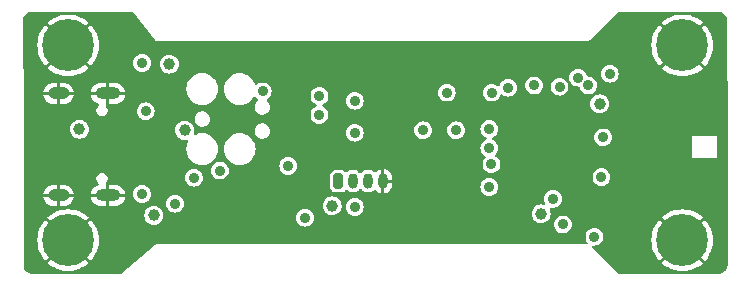
<source format=gbr>
%TF.GenerationSoftware,KiCad,Pcbnew,7.0.10*%
%TF.CreationDate,2024-02-24T19:37:40+01:00*%
%TF.ProjectId,STM32,53544d33-322e-46b6-9963-61645f706362,Rev01*%
%TF.SameCoordinates,Original*%
%TF.FileFunction,Copper,L2,Inr*%
%TF.FilePolarity,Positive*%
%FSLAX46Y46*%
G04 Gerber Fmt 4.6, Leading zero omitted, Abs format (unit mm)*
G04 Created by KiCad (PCBNEW 7.0.10) date 2024-02-24 19:37:40*
%MOMM*%
%LPD*%
G01*
G04 APERTURE LIST*
G04 Aperture macros list*
%AMRoundRect*
0 Rectangle with rounded corners*
0 $1 Rounding radius*
0 $2 $3 $4 $5 $6 $7 $8 $9 X,Y pos of 4 corners*
0 Add a 4 corners polygon primitive as box body*
4,1,4,$2,$3,$4,$5,$6,$7,$8,$9,$2,$3,0*
0 Add four circle primitives for the rounded corners*
1,1,$1+$1,$2,$3*
1,1,$1+$1,$4,$5*
1,1,$1+$1,$6,$7*
1,1,$1+$1,$8,$9*
0 Add four rect primitives between the rounded corners*
20,1,$1+$1,$2,$3,$4,$5,0*
20,1,$1+$1,$4,$5,$6,$7,0*
20,1,$1+$1,$6,$7,$8,$9,0*
20,1,$1+$1,$8,$9,$2,$3,0*%
G04 Aperture macros list end*
%TA.AperFunction,ComponentPad*%
%ADD10C,4.400000*%
%TD*%
%TA.AperFunction,ComponentPad*%
%ADD11O,1.800000X1.000000*%
%TD*%
%TA.AperFunction,ComponentPad*%
%ADD12O,2.100000X1.000000*%
%TD*%
%TA.AperFunction,ComponentPad*%
%ADD13RoundRect,0.200000X-0.200000X-0.450000X0.200000X-0.450000X0.200000X0.450000X-0.200000X0.450000X0*%
%TD*%
%TA.AperFunction,ComponentPad*%
%ADD14O,0.800000X1.300000*%
%TD*%
%TA.AperFunction,ViaPad*%
%ADD15C,0.900000*%
%TD*%
%TA.AperFunction,ViaPad*%
%ADD16C,0.650000*%
%TD*%
%TA.AperFunction,ViaPad*%
%ADD17C,1.000000*%
%TD*%
G04 APERTURE END LIST*
D10*
%TO.N,GND*%
%TO.C,H4*%
X122500000Y-50500000D03*
%TD*%
%TO.N,GND*%
%TO.C,H3*%
X122500000Y-67000000D03*
%TD*%
%TO.N,GND*%
%TO.C,H2*%
X174500000Y-67000000D03*
%TD*%
%TO.N,GND*%
%TO.C,H1*%
X174500000Y-50500000D03*
%TD*%
D11*
%TO.N,GND*%
%TO.C,J3*%
X121692107Y-63212893D03*
D12*
X125872107Y-63212893D03*
D11*
X121692107Y-54572893D03*
D12*
X125872107Y-54572893D03*
%TD*%
D13*
%TO.N,+3V3*%
%TO.C,J1*%
X145392107Y-61992893D03*
D14*
%TO.N,/UART_TXC*%
X146642107Y-61992893D03*
%TO.N,/UART_RXC*%
X147892107Y-61992893D03*
%TO.N,GND*%
X149142107Y-61992893D03*
%TD*%
D15*
%TO.N,+3V3*%
X158167762Y-59200025D03*
D16*
%TO.N,GND*%
X127746315Y-60713685D03*
D15*
X163467107Y-59492893D03*
X161967107Y-59492893D03*
X163467107Y-57492893D03*
X161967107Y-57492893D03*
X164467107Y-60492893D03*
X164467107Y-58492893D03*
X164467107Y-56492893D03*
X160967107Y-58492893D03*
X160967107Y-60492893D03*
X160967107Y-56492893D03*
X158767107Y-51617893D03*
%TO.N,+3V3*%
X146767107Y-55192893D03*
X159767107Y-54092893D03*
%TO.N,GND*%
X140934214Y-56265786D03*
X150360000Y-57822893D03*
D17*
%TO.N,+3V3*%
X132360000Y-57700000D03*
D15*
X146760000Y-57900000D03*
D17*
X167514007Y-55454007D03*
D15*
X146767107Y-64192893D03*
D17*
X144867107Y-64092893D03*
X162560000Y-64769670D03*
D15*
X164110000Y-54000000D03*
X131560000Y-63900000D03*
X143787107Y-54792893D03*
X155360000Y-57700000D03*
D17*
X131067107Y-52092893D03*
D15*
X152560000Y-57700000D03*
X143787107Y-56392893D03*
%TO.N,GND*%
X176960000Y-55900000D03*
X175760000Y-55900000D03*
X176960000Y-62100000D03*
X123960000Y-62500000D03*
X126837107Y-66112893D03*
X150360000Y-52900000D03*
X160385000Y-65300000D03*
X171760000Y-61100000D03*
X137760000Y-63500000D03*
X173160000Y-59300000D03*
X168560000Y-63100000D03*
X169100000Y-57126250D03*
X129860000Y-54100000D03*
X175760000Y-62100000D03*
X161900000Y-50600000D03*
X123560000Y-53700000D03*
D17*
%TO.N,+5V*%
X129760000Y-64900000D03*
D15*
X129067107Y-56092893D03*
X128767107Y-51992893D03*
D17*
X123467107Y-57592893D03*
D15*
%TO.N,/SWD_NRST*%
X135360000Y-61100000D03*
X141147107Y-60702893D03*
%TO.N,/SMPS_FB*%
X167800000Y-58300000D03*
X168360000Y-52900000D03*
%TO.N,/RF*%
X167660000Y-61663952D03*
X163560000Y-63500000D03*
%TO.N,/LSE_IN*%
X154560000Y-54500000D03*
X158360000Y-54500000D03*
%TO.N,/BOOT*%
X142567107Y-65092893D03*
X158167107Y-57592893D03*
%TO.N,Net-(J4-SWO)*%
X138978642Y-54404428D03*
X161960000Y-53900000D03*
%TO.N,/UART_TX*%
X158351117Y-60563698D03*
X158160000Y-62500000D03*
%TO.N,/USB_D+*%
X128767107Y-63092893D03*
X165689098Y-53228036D03*
%TO.N,/USB_D-*%
X133160000Y-61700000D03*
X166560000Y-53900000D03*
%TO.N,Net-(X1-Pad2)*%
X167067107Y-66700000D03*
X164390331Y-65669669D03*
%TD*%
%TA.AperFunction,Conductor*%
%TO.N,GND*%
G36*
X122503461Y-47668402D02*
G01*
X122529822Y-47653631D01*
X122557509Y-47650500D01*
X127868069Y-47650500D01*
X127935108Y-47670185D01*
X127964897Y-47697038D01*
X129847468Y-50050254D01*
X129858023Y-50065710D01*
X129865063Y-50077902D01*
X129882826Y-50095665D01*
X129891971Y-50105881D01*
X129894857Y-50109489D01*
X129895815Y-50110409D01*
X129908274Y-50121113D01*
X129922096Y-50134935D01*
X129922097Y-50134935D01*
X129922098Y-50134936D01*
X129932307Y-50140831D01*
X129943298Y-50145125D01*
X129943300Y-50145126D01*
X129962714Y-50147282D01*
X129978859Y-50150324D01*
X129980183Y-50150499D01*
X129980186Y-50150500D01*
X129984793Y-50150500D01*
X129998485Y-50151258D01*
X130000489Y-50151480D01*
X130023460Y-50154033D01*
X130023463Y-50154031D01*
X130037381Y-50151913D01*
X130056048Y-50150500D01*
X166540326Y-50150500D01*
X166540327Y-50150500D01*
X166543943Y-50148411D01*
X166573862Y-50136017D01*
X166577904Y-50134935D01*
X166634935Y-50077905D01*
X166634935Y-50077904D01*
X166652371Y-50060469D01*
X166652375Y-50060462D01*
X169026020Y-47686819D01*
X169087343Y-47653334D01*
X169113701Y-47650500D01*
X174442491Y-47650500D01*
X174503461Y-47668402D01*
X174529822Y-47653631D01*
X174557509Y-47650500D01*
X177465649Y-47650500D01*
X177493907Y-47650500D01*
X177506061Y-47651097D01*
X177653580Y-47665626D01*
X177677408Y-47670365D01*
X177813410Y-47711621D01*
X177835855Y-47720918D01*
X177961187Y-47787910D01*
X177981398Y-47801415D01*
X178091246Y-47891565D01*
X178108434Y-47908753D01*
X178198584Y-48018601D01*
X178212089Y-48038812D01*
X178279078Y-48164138D01*
X178288381Y-48186598D01*
X178297968Y-48218203D01*
X178303306Y-48253653D01*
X178349499Y-58780945D01*
X178349500Y-58781489D01*
X178349500Y-68993907D01*
X178348903Y-69006061D01*
X178334374Y-69153573D01*
X178329632Y-69177414D01*
X178288381Y-69313403D01*
X178279078Y-69335862D01*
X178212089Y-69461187D01*
X178198584Y-69481398D01*
X178108434Y-69591246D01*
X178091246Y-69608434D01*
X177981398Y-69698584D01*
X177961187Y-69712089D01*
X177835862Y-69779078D01*
X177813403Y-69788381D01*
X177677414Y-69829632D01*
X177653573Y-69834374D01*
X177506061Y-69848903D01*
X177493907Y-69849500D01*
X174557509Y-69849500D01*
X174496538Y-69831597D01*
X174470178Y-69846369D01*
X174442491Y-69849500D01*
X169113701Y-69849500D01*
X169046662Y-69829815D01*
X169026020Y-69813181D01*
X166867998Y-67655159D01*
X166834513Y-67593836D01*
X166839497Y-67524144D01*
X166881369Y-67468211D01*
X166946833Y-67443794D01*
X166969560Y-67444257D01*
X167021586Y-67450120D01*
X167067105Y-67455249D01*
X167067107Y-67455249D01*
X167067110Y-67455249D01*
X167235163Y-67436314D01*
X167235166Y-67436313D01*
X167394797Y-67380456D01*
X167394799Y-67380454D01*
X167394801Y-67380454D01*
X167394804Y-67380452D01*
X167537991Y-67290481D01*
X167537992Y-67290480D01*
X167537997Y-67290477D01*
X167657584Y-67170890D01*
X167747559Y-67027697D01*
X167747561Y-67027694D01*
X167747561Y-67027692D01*
X167747563Y-67027690D01*
X167757252Y-67000000D01*
X171895248Y-67000000D01*
X171914239Y-67313963D01*
X171970936Y-67623357D01*
X172064508Y-67923639D01*
X172064512Y-67923650D01*
X172193605Y-68210484D01*
X172193606Y-68210486D01*
X172356330Y-68479666D01*
X172356335Y-68479674D01*
X172550313Y-68727268D01*
X172573134Y-68750088D01*
X173637736Y-67685486D01*
X173664894Y-67723624D01*
X173812454Y-67864322D01*
X172749911Y-68926865D01*
X172772731Y-68949686D01*
X173020325Y-69143664D01*
X173020333Y-69143669D01*
X173289513Y-69306393D01*
X173289515Y-69306394D01*
X173576349Y-69435487D01*
X173576360Y-69435491D01*
X173876642Y-69529063D01*
X174186036Y-69585760D01*
X174449978Y-69601726D01*
X174501266Y-69620216D01*
X174522574Y-69606523D01*
X174550022Y-69601726D01*
X174813963Y-69585760D01*
X175123357Y-69529063D01*
X175423639Y-69435491D01*
X175423650Y-69435487D01*
X175710484Y-69306394D01*
X175710486Y-69306393D01*
X175979666Y-69143669D01*
X175979674Y-69143664D01*
X176227268Y-68949686D01*
X176250088Y-68926865D01*
X175184401Y-67861178D01*
X175262540Y-67799729D01*
X175361871Y-67685094D01*
X176426865Y-68750088D01*
X176449686Y-68727268D01*
X176643664Y-68479674D01*
X176643669Y-68479666D01*
X176806393Y-68210486D01*
X176806394Y-68210484D01*
X176935487Y-67923650D01*
X176935491Y-67923639D01*
X177029063Y-67623357D01*
X177085760Y-67313963D01*
X177104751Y-67000000D01*
X177085760Y-66686036D01*
X177029063Y-66376642D01*
X176935491Y-66076360D01*
X176935487Y-66076349D01*
X176806394Y-65789515D01*
X176806393Y-65789513D01*
X176643669Y-65520333D01*
X176643664Y-65520325D01*
X176449686Y-65272731D01*
X176426866Y-65249911D01*
X175362263Y-66314513D01*
X175335106Y-66276376D01*
X175187545Y-66135677D01*
X176250089Y-65073134D01*
X176227268Y-65050313D01*
X175979674Y-64856335D01*
X175979666Y-64856330D01*
X175710486Y-64693606D01*
X175710484Y-64693605D01*
X175423650Y-64564512D01*
X175423639Y-64564508D01*
X175123357Y-64470936D01*
X174813963Y-64414239D01*
X174500000Y-64395248D01*
X174186036Y-64414239D01*
X173876642Y-64470936D01*
X173576360Y-64564508D01*
X173576349Y-64564512D01*
X173289515Y-64693605D01*
X173289513Y-64693606D01*
X173020333Y-64856330D01*
X173020325Y-64856335D01*
X172772731Y-65050313D01*
X172749911Y-65073134D01*
X173815598Y-66138821D01*
X173737460Y-66200271D01*
X173638128Y-66314905D01*
X172573134Y-65249911D01*
X172550313Y-65272731D01*
X172356335Y-65520325D01*
X172356330Y-65520333D01*
X172193606Y-65789513D01*
X172193605Y-65789515D01*
X172064512Y-66076349D01*
X172064508Y-66076360D01*
X171970936Y-66376642D01*
X171914239Y-66686036D01*
X171895248Y-67000000D01*
X167757252Y-67000000D01*
X167803420Y-66868059D01*
X167803420Y-66868058D01*
X167803421Y-66868056D01*
X167822356Y-66700002D01*
X167822356Y-66699997D01*
X167803421Y-66531943D01*
X167765971Y-66424918D01*
X167747563Y-66372310D01*
X167747562Y-66372309D01*
X167747561Y-66372305D01*
X167747559Y-66372302D01*
X167657588Y-66229115D01*
X167657583Y-66229109D01*
X167537997Y-66109523D01*
X167537991Y-66109518D01*
X167394804Y-66019547D01*
X167394801Y-66019545D01*
X167235163Y-65963685D01*
X167067110Y-65944751D01*
X167067104Y-65944751D01*
X166899050Y-65963685D01*
X166739412Y-66019545D01*
X166739409Y-66019547D01*
X166596222Y-66109518D01*
X166596216Y-66109523D01*
X166476630Y-66229109D01*
X166476625Y-66229115D01*
X166386654Y-66372302D01*
X166386652Y-66372305D01*
X166330792Y-66531943D01*
X166311858Y-66699997D01*
X166311858Y-66700002D01*
X166330792Y-66868056D01*
X166386652Y-67027693D01*
X166469490Y-67159527D01*
X166488491Y-67226764D01*
X166468124Y-67293599D01*
X166414856Y-67338814D01*
X166364497Y-67349500D01*
X130012454Y-67349500D01*
X130001228Y-67348991D01*
X129973464Y-67346467D01*
X129973463Y-67346467D01*
X129958226Y-67353509D01*
X129938303Y-67360722D01*
X129922095Y-67365065D01*
X129922094Y-67365066D01*
X129902380Y-67384779D01*
X129894085Y-67392354D01*
X126980000Y-69820759D01*
X126915897Y-69848555D01*
X126900617Y-69849500D01*
X122557509Y-69849500D01*
X122496538Y-69831597D01*
X122470178Y-69846369D01*
X122442491Y-69849500D01*
X119506093Y-69849500D01*
X119493939Y-69848903D01*
X119346426Y-69834374D01*
X119322585Y-69829632D01*
X119186596Y-69788381D01*
X119164139Y-69779079D01*
X119038812Y-69712089D01*
X119018601Y-69698584D01*
X118908753Y-69608434D01*
X118891565Y-69591246D01*
X118887063Y-69585760D01*
X118824375Y-69509374D01*
X118797063Y-69445068D01*
X118796231Y-69431276D01*
X118785563Y-67000000D01*
X119895248Y-67000000D01*
X119914239Y-67313963D01*
X119970936Y-67623357D01*
X120064508Y-67923639D01*
X120064512Y-67923650D01*
X120193605Y-68210484D01*
X120193606Y-68210486D01*
X120356330Y-68479666D01*
X120356335Y-68479674D01*
X120550313Y-68727268D01*
X120573134Y-68750088D01*
X121637736Y-67685486D01*
X121664894Y-67723624D01*
X121812454Y-67864322D01*
X120749911Y-68926865D01*
X120772731Y-68949686D01*
X121020325Y-69143664D01*
X121020333Y-69143669D01*
X121289513Y-69306393D01*
X121289515Y-69306394D01*
X121576349Y-69435487D01*
X121576360Y-69435491D01*
X121876642Y-69529063D01*
X122186036Y-69585760D01*
X122449978Y-69601726D01*
X122501266Y-69620216D01*
X122522574Y-69606523D01*
X122550022Y-69601726D01*
X122813963Y-69585760D01*
X123123357Y-69529063D01*
X123423639Y-69435491D01*
X123423650Y-69435487D01*
X123710484Y-69306394D01*
X123710486Y-69306393D01*
X123979666Y-69143669D01*
X123979674Y-69143664D01*
X124227268Y-68949686D01*
X124250088Y-68926865D01*
X123184401Y-67861178D01*
X123262540Y-67799729D01*
X123361871Y-67685094D01*
X124426865Y-68750088D01*
X124449686Y-68727268D01*
X124643664Y-68479674D01*
X124643669Y-68479666D01*
X124806393Y-68210486D01*
X124806394Y-68210484D01*
X124935487Y-67923650D01*
X124935491Y-67923639D01*
X125029063Y-67623357D01*
X125085760Y-67313963D01*
X125104751Y-67000000D01*
X125085760Y-66686036D01*
X125029063Y-66376642D01*
X124935491Y-66076360D01*
X124935487Y-66076349D01*
X124806394Y-65789515D01*
X124806393Y-65789513D01*
X124643669Y-65520333D01*
X124643664Y-65520325D01*
X124449686Y-65272731D01*
X124426866Y-65249911D01*
X123362263Y-66314513D01*
X123335106Y-66276376D01*
X123187545Y-66135677D01*
X124250089Y-65073134D01*
X124227268Y-65050313D01*
X124035412Y-64900003D01*
X128954435Y-64900003D01*
X128974630Y-65079249D01*
X128974631Y-65079254D01*
X129034211Y-65249523D01*
X129128439Y-65399485D01*
X129130184Y-65402262D01*
X129257738Y-65529816D01*
X129410478Y-65625789D01*
X129580745Y-65685368D01*
X129580750Y-65685369D01*
X129759996Y-65705565D01*
X129760000Y-65705565D01*
X129760004Y-65705565D01*
X129939249Y-65685369D01*
X129939252Y-65685368D01*
X129939255Y-65685368D01*
X130109522Y-65625789D01*
X130262262Y-65529816D01*
X130389816Y-65402262D01*
X130485789Y-65249522D01*
X130540595Y-65092895D01*
X141811858Y-65092895D01*
X141830792Y-65260949D01*
X141886652Y-65420587D01*
X141886654Y-65420590D01*
X141976625Y-65563777D01*
X141976630Y-65563783D01*
X142096216Y-65683369D01*
X142096222Y-65683374D01*
X142239409Y-65773345D01*
X142239412Y-65773347D01*
X142239416Y-65773348D01*
X142239417Y-65773349D01*
X142285617Y-65789515D01*
X142399050Y-65829207D01*
X142567104Y-65848142D01*
X142567107Y-65848142D01*
X142567110Y-65848142D01*
X142735163Y-65829207D01*
X142735166Y-65829206D01*
X142894797Y-65773349D01*
X142894799Y-65773347D01*
X142894801Y-65773347D01*
X142894804Y-65773345D01*
X143037991Y-65683374D01*
X143037992Y-65683373D01*
X143037997Y-65683370D01*
X143051696Y-65669671D01*
X163635082Y-65669671D01*
X163654016Y-65837725D01*
X163709876Y-65997363D01*
X163709878Y-65997366D01*
X163799849Y-66140553D01*
X163799854Y-66140559D01*
X163919440Y-66260145D01*
X163919446Y-66260150D01*
X164062633Y-66350121D01*
X164062636Y-66350123D01*
X164062640Y-66350124D01*
X164062641Y-66350125D01*
X164135244Y-66375529D01*
X164222274Y-66405983D01*
X164390328Y-66424918D01*
X164390331Y-66424918D01*
X164390334Y-66424918D01*
X164558387Y-66405983D01*
X164558390Y-66405982D01*
X164718021Y-66350125D01*
X164718023Y-66350123D01*
X164718025Y-66350123D01*
X164718028Y-66350121D01*
X164861215Y-66260150D01*
X164861216Y-66260149D01*
X164861221Y-66260146D01*
X164980808Y-66140559D01*
X164986558Y-66131408D01*
X165070783Y-65997366D01*
X165070785Y-65997363D01*
X165070785Y-65997361D01*
X165070787Y-65997359D01*
X165126644Y-65837728D01*
X165126644Y-65837727D01*
X165126645Y-65837725D01*
X165145580Y-65669671D01*
X165145580Y-65669666D01*
X165126645Y-65501612D01*
X165070785Y-65341974D01*
X165070783Y-65341971D01*
X164980812Y-65198784D01*
X164980807Y-65198778D01*
X164861221Y-65079192D01*
X164861215Y-65079187D01*
X164718028Y-64989216D01*
X164718025Y-64989214D01*
X164558387Y-64933354D01*
X164390334Y-64914420D01*
X164390328Y-64914420D01*
X164222274Y-64933354D01*
X164062636Y-64989214D01*
X164062633Y-64989216D01*
X163919446Y-65079187D01*
X163919440Y-65079192D01*
X163799854Y-65198778D01*
X163799849Y-65198784D01*
X163709878Y-65341971D01*
X163709876Y-65341974D01*
X163654016Y-65501612D01*
X163635082Y-65669666D01*
X163635082Y-65669671D01*
X143051696Y-65669671D01*
X143157584Y-65563783D01*
X143247559Y-65420590D01*
X143247561Y-65420587D01*
X143247561Y-65420585D01*
X143247563Y-65420583D01*
X143303420Y-65260952D01*
X143303420Y-65260951D01*
X143303421Y-65260949D01*
X143322356Y-65092895D01*
X143322356Y-65092890D01*
X143303421Y-64924836D01*
X143253920Y-64783370D01*
X143247563Y-64765203D01*
X143247562Y-64765202D01*
X143247561Y-64765198D01*
X143247559Y-64765195D01*
X143157588Y-64622008D01*
X143157583Y-64622002D01*
X143037997Y-64502416D01*
X143037991Y-64502411D01*
X142894804Y-64412440D01*
X142894801Y-64412438D01*
X142735163Y-64356578D01*
X142567110Y-64337644D01*
X142567104Y-64337644D01*
X142399050Y-64356578D01*
X142239412Y-64412438D01*
X142239409Y-64412440D01*
X142096222Y-64502411D01*
X142096216Y-64502416D01*
X141976630Y-64622002D01*
X141976625Y-64622008D01*
X141886654Y-64765195D01*
X141886652Y-64765198D01*
X141830792Y-64924836D01*
X141811858Y-65092890D01*
X141811858Y-65092895D01*
X130540595Y-65092895D01*
X130545368Y-65079255D01*
X130555513Y-64989214D01*
X130565565Y-64900003D01*
X130565565Y-64899996D01*
X130545369Y-64720750D01*
X130545368Y-64720745D01*
X130499765Y-64590420D01*
X130485789Y-64550478D01*
X130455586Y-64502411D01*
X130417888Y-64442415D01*
X130389816Y-64397738D01*
X130262262Y-64270184D01*
X130238493Y-64255249D01*
X130109523Y-64174211D01*
X129939254Y-64114631D01*
X129939249Y-64114630D01*
X129760004Y-64094435D01*
X129759996Y-64094435D01*
X129580750Y-64114630D01*
X129580745Y-64114631D01*
X129410476Y-64174211D01*
X129257737Y-64270184D01*
X129130184Y-64397737D01*
X129034211Y-64550476D01*
X128974631Y-64720745D01*
X128974630Y-64720750D01*
X128954435Y-64899996D01*
X128954435Y-64900003D01*
X124035412Y-64900003D01*
X123979674Y-64856335D01*
X123979666Y-64856330D01*
X123710486Y-64693606D01*
X123710484Y-64693605D01*
X123423650Y-64564512D01*
X123423639Y-64564508D01*
X123123357Y-64470936D01*
X122813963Y-64414239D01*
X122500000Y-64395248D01*
X122186036Y-64414239D01*
X121876642Y-64470936D01*
X121576360Y-64564508D01*
X121576349Y-64564512D01*
X121289515Y-64693605D01*
X121289513Y-64693606D01*
X121020333Y-64856330D01*
X121020325Y-64856335D01*
X120772731Y-65050313D01*
X120749911Y-65073134D01*
X121815598Y-66138821D01*
X121737460Y-66200271D01*
X121638128Y-66314905D01*
X120573134Y-65249911D01*
X120550313Y-65272731D01*
X120356335Y-65520325D01*
X120356330Y-65520333D01*
X120193606Y-65789513D01*
X120193605Y-65789515D01*
X120064512Y-66076349D01*
X120064508Y-66076360D01*
X119970936Y-66376642D01*
X119914239Y-66686036D01*
X119895248Y-67000000D01*
X118785563Y-67000000D01*
X118768397Y-63087893D01*
X120398569Y-63087893D01*
X121015765Y-63087893D01*
X120988212Y-63184733D01*
X120998561Y-63296414D01*
X121019215Y-63337893D01*
X120398570Y-63337893D01*
X120431441Y-63492537D01*
X120508393Y-63665374D01*
X120619594Y-63818428D01*
X120760188Y-63945020D01*
X120760191Y-63945022D01*
X120924022Y-64039609D01*
X120924034Y-64039614D01*
X121103952Y-64098073D01*
X121244948Y-64112893D01*
X121567107Y-64112893D01*
X121567107Y-63512893D01*
X121817107Y-63512893D01*
X121817107Y-64112893D01*
X122139266Y-64112893D01*
X122280261Y-64098073D01*
X122460179Y-64039614D01*
X122460191Y-64039609D01*
X122624022Y-63945022D01*
X122624025Y-63945020D01*
X122764616Y-63818432D01*
X122764618Y-63818429D01*
X122875824Y-63665370D01*
X122952772Y-63492537D01*
X122985644Y-63337893D01*
X122368449Y-63337893D01*
X122396002Y-63241053D01*
X122385653Y-63129372D01*
X122364999Y-63087893D01*
X122985644Y-63087893D01*
X124428569Y-63087893D01*
X125045765Y-63087893D01*
X125018212Y-63184733D01*
X125028561Y-63296414D01*
X125049215Y-63337893D01*
X124428570Y-63337893D01*
X124461441Y-63492537D01*
X124538393Y-63665374D01*
X124649594Y-63818428D01*
X124790188Y-63945020D01*
X124790191Y-63945022D01*
X124954022Y-64039609D01*
X124954034Y-64039614D01*
X125133952Y-64098073D01*
X125274948Y-64112893D01*
X125747107Y-64112893D01*
X125747107Y-63512893D01*
X125997107Y-63512893D01*
X125997107Y-64112893D01*
X126469266Y-64112893D01*
X126610261Y-64098073D01*
X126790179Y-64039614D01*
X126790191Y-64039609D01*
X126954022Y-63945022D01*
X126954025Y-63945020D01*
X127004023Y-63900002D01*
X130804751Y-63900002D01*
X130823685Y-64068056D01*
X130879545Y-64227694D01*
X130879547Y-64227697D01*
X130969518Y-64370884D01*
X130969523Y-64370890D01*
X131089109Y-64490476D01*
X131089115Y-64490481D01*
X131232302Y-64580452D01*
X131232305Y-64580454D01*
X131232309Y-64580455D01*
X131232310Y-64580456D01*
X131260786Y-64590420D01*
X131391943Y-64636314D01*
X131559997Y-64655249D01*
X131560000Y-64655249D01*
X131560003Y-64655249D01*
X131728056Y-64636314D01*
X131728059Y-64636313D01*
X131887690Y-64580456D01*
X131887692Y-64580454D01*
X131887694Y-64580454D01*
X131887697Y-64580452D01*
X132030884Y-64490481D01*
X132030885Y-64490480D01*
X132030890Y-64490477D01*
X132150477Y-64370890D01*
X132150481Y-64370884D01*
X132240452Y-64227697D01*
X132240454Y-64227694D01*
X132240454Y-64227692D01*
X132240456Y-64227690D01*
X132287622Y-64092896D01*
X144061542Y-64092896D01*
X144081737Y-64272142D01*
X144081738Y-64272147D01*
X144141318Y-64442416D01*
X144218034Y-64564508D01*
X144237291Y-64595155D01*
X144364845Y-64722709D01*
X144517585Y-64818682D01*
X144625177Y-64856330D01*
X144687852Y-64878261D01*
X144687857Y-64878262D01*
X144867103Y-64898458D01*
X144867107Y-64898458D01*
X144867111Y-64898458D01*
X145046356Y-64878262D01*
X145046359Y-64878261D01*
X145046362Y-64878261D01*
X145216629Y-64818682D01*
X145369369Y-64722709D01*
X145496923Y-64595155D01*
X145592896Y-64442415D01*
X145652475Y-64272148D01*
X145652476Y-64272142D01*
X145661405Y-64192895D01*
X146011858Y-64192895D01*
X146030792Y-64360949D01*
X146086652Y-64520587D01*
X146086654Y-64520590D01*
X146176625Y-64663777D01*
X146176630Y-64663783D01*
X146296216Y-64783369D01*
X146296222Y-64783374D01*
X146439409Y-64873345D01*
X146439412Y-64873347D01*
X146439416Y-64873348D01*
X146439417Y-64873349D01*
X146453455Y-64878261D01*
X146599050Y-64929207D01*
X146767104Y-64948142D01*
X146767107Y-64948142D01*
X146767110Y-64948142D01*
X146935163Y-64929207D01*
X146947655Y-64924836D01*
X147094797Y-64873349D01*
X147094799Y-64873347D01*
X147094801Y-64873347D01*
X147094804Y-64873345D01*
X147237991Y-64783374D01*
X147237992Y-64783373D01*
X147237997Y-64783370D01*
X147251694Y-64769673D01*
X161754435Y-64769673D01*
X161774630Y-64948919D01*
X161774631Y-64948922D01*
X161834211Y-65119193D01*
X161884218Y-65198778D01*
X161930184Y-65271932D01*
X162057738Y-65399486D01*
X162210478Y-65495459D01*
X162281541Y-65520325D01*
X162380745Y-65555038D01*
X162380750Y-65555039D01*
X162559996Y-65575235D01*
X162560000Y-65575235D01*
X162560004Y-65575235D01*
X162739249Y-65555039D01*
X162739252Y-65555038D01*
X162739255Y-65555038D01*
X162909522Y-65495459D01*
X163062262Y-65399486D01*
X163189816Y-65271932D01*
X163285789Y-65119192D01*
X163345368Y-64948925D01*
X163345368Y-64948924D01*
X163345369Y-64948922D01*
X163345369Y-64948919D01*
X163365565Y-64769673D01*
X163365565Y-64769666D01*
X163345369Y-64590420D01*
X163345368Y-64590415D01*
X163314574Y-64502411D01*
X163285789Y-64420148D01*
X163285786Y-64420144D01*
X163283438Y-64415267D01*
X163272083Y-64346326D01*
X163299803Y-64282190D01*
X163357796Y-64243222D01*
X163409040Y-64238240D01*
X163559997Y-64255249D01*
X163560000Y-64255249D01*
X163560003Y-64255249D01*
X163728056Y-64236314D01*
X163752682Y-64227697D01*
X163887690Y-64180456D01*
X163887692Y-64180454D01*
X163887694Y-64180454D01*
X163887697Y-64180452D01*
X164030884Y-64090481D01*
X164030885Y-64090480D01*
X164030890Y-64090477D01*
X164150477Y-63970890D01*
X164150481Y-63970884D01*
X164240452Y-63827697D01*
X164240454Y-63827694D01*
X164240454Y-63827692D01*
X164240456Y-63827690D01*
X164296313Y-63668059D01*
X164296313Y-63668058D01*
X164296314Y-63668056D01*
X164315249Y-63500002D01*
X164315249Y-63499997D01*
X164296314Y-63331943D01*
X164243306Y-63180456D01*
X164240456Y-63172310D01*
X164240455Y-63172309D01*
X164240454Y-63172305D01*
X164240452Y-63172302D01*
X164150481Y-63029115D01*
X164150476Y-63029109D01*
X164030890Y-62909523D01*
X164030884Y-62909518D01*
X163887697Y-62819547D01*
X163887694Y-62819545D01*
X163728056Y-62763685D01*
X163560003Y-62744751D01*
X163559997Y-62744751D01*
X163391943Y-62763685D01*
X163232305Y-62819545D01*
X163232302Y-62819547D01*
X163089115Y-62909518D01*
X163089109Y-62909523D01*
X162969523Y-63029109D01*
X162969518Y-63029115D01*
X162879547Y-63172302D01*
X162879545Y-63172305D01*
X162823685Y-63331943D01*
X162804751Y-63499997D01*
X162804751Y-63500002D01*
X162823686Y-63668057D01*
X162877176Y-63820924D01*
X162880737Y-63890703D01*
X162846008Y-63951330D01*
X162784015Y-63983557D01*
X162746402Y-63983063D01*
X162746175Y-63985081D01*
X162560004Y-63964105D01*
X162559996Y-63964105D01*
X162380750Y-63984300D01*
X162380745Y-63984301D01*
X162210476Y-64043881D01*
X162057737Y-64139854D01*
X161930184Y-64267407D01*
X161834211Y-64420146D01*
X161774631Y-64590415D01*
X161774630Y-64590420D01*
X161754435Y-64769666D01*
X161754435Y-64769673D01*
X147251694Y-64769673D01*
X147357584Y-64663783D01*
X147357588Y-64663777D01*
X147447559Y-64520590D01*
X147447561Y-64520587D01*
X147447561Y-64520585D01*
X147447563Y-64520583D01*
X147503420Y-64360952D01*
X147503420Y-64360951D01*
X147503421Y-64360949D01*
X147522356Y-64192895D01*
X147522356Y-64192890D01*
X147503421Y-64024836D01*
X147447561Y-63865198D01*
X147447559Y-63865195D01*
X147357588Y-63722008D01*
X147357583Y-63722002D01*
X147237997Y-63602416D01*
X147237991Y-63602411D01*
X147094804Y-63512440D01*
X147094801Y-63512438D01*
X146935163Y-63456578D01*
X146767110Y-63437644D01*
X146767104Y-63437644D01*
X146599050Y-63456578D01*
X146439412Y-63512438D01*
X146439409Y-63512440D01*
X146296222Y-63602411D01*
X146296216Y-63602416D01*
X146176630Y-63722002D01*
X146176625Y-63722008D01*
X146086654Y-63865195D01*
X146086652Y-63865198D01*
X146030792Y-64024836D01*
X146011858Y-64192890D01*
X146011858Y-64192895D01*
X145661405Y-64192895D01*
X145672672Y-64092896D01*
X145672672Y-64092889D01*
X145652476Y-63913643D01*
X145652475Y-63913638D01*
X145619160Y-63818429D01*
X145592896Y-63743371D01*
X145585715Y-63731943D01*
X145496922Y-63590630D01*
X145369369Y-63463077D01*
X145216630Y-63367104D01*
X145046361Y-63307524D01*
X145046356Y-63307523D01*
X144867111Y-63287328D01*
X144867103Y-63287328D01*
X144687857Y-63307523D01*
X144687852Y-63307524D01*
X144517583Y-63367104D01*
X144364844Y-63463077D01*
X144237291Y-63590630D01*
X144141318Y-63743369D01*
X144081738Y-63913638D01*
X144081737Y-63913643D01*
X144061542Y-64092889D01*
X144061542Y-64092896D01*
X132287622Y-64092896D01*
X132296313Y-64068059D01*
X132296313Y-64068058D01*
X132296314Y-64068056D01*
X132315249Y-63900002D01*
X132315249Y-63899997D01*
X132296314Y-63731943D01*
X132240454Y-63572305D01*
X132240452Y-63572302D01*
X132150481Y-63429115D01*
X132150476Y-63429109D01*
X132030890Y-63309523D01*
X132030884Y-63309518D01*
X131887697Y-63219547D01*
X131887694Y-63219545D01*
X131728056Y-63163685D01*
X131560003Y-63144751D01*
X131559997Y-63144751D01*
X131391943Y-63163685D01*
X131232305Y-63219545D01*
X131232302Y-63219547D01*
X131089115Y-63309518D01*
X131089109Y-63309523D01*
X130969523Y-63429109D01*
X130969518Y-63429115D01*
X130879547Y-63572302D01*
X130879545Y-63572305D01*
X130823685Y-63731943D01*
X130804751Y-63899997D01*
X130804751Y-63900002D01*
X127004023Y-63900002D01*
X127094616Y-63818432D01*
X127094618Y-63818429D01*
X127205824Y-63665370D01*
X127282772Y-63492537D01*
X127315644Y-63337893D01*
X126698449Y-63337893D01*
X126726002Y-63241053D01*
X126715653Y-63129372D01*
X126697490Y-63092895D01*
X128011858Y-63092895D01*
X128030792Y-63260949D01*
X128086652Y-63420587D01*
X128086654Y-63420590D01*
X128176625Y-63563777D01*
X128176630Y-63563783D01*
X128296216Y-63683369D01*
X128296222Y-63683374D01*
X128439409Y-63773345D01*
X128439412Y-63773347D01*
X128439416Y-63773348D01*
X128439417Y-63773349D01*
X128512020Y-63798753D01*
X128599050Y-63829207D01*
X128767104Y-63848142D01*
X128767107Y-63848142D01*
X128767110Y-63848142D01*
X128935163Y-63829207D01*
X128939487Y-63827694D01*
X129094797Y-63773349D01*
X129094799Y-63773347D01*
X129094801Y-63773347D01*
X129094804Y-63773345D01*
X129237991Y-63683374D01*
X129237992Y-63683373D01*
X129237997Y-63683370D01*
X129357584Y-63563783D01*
X129357588Y-63563777D01*
X129447559Y-63420590D01*
X129447561Y-63420587D01*
X129447561Y-63420585D01*
X129447563Y-63420583D01*
X129503420Y-63260952D01*
X129503420Y-63260951D01*
X129503421Y-63260949D01*
X129522356Y-63092895D01*
X129522356Y-63092890D01*
X129503421Y-62924836D01*
X129459893Y-62800440D01*
X129447563Y-62765203D01*
X129447562Y-62765202D01*
X129447561Y-62765198D01*
X129447559Y-62765195D01*
X129357588Y-62622008D01*
X129357583Y-62622002D01*
X129237997Y-62502416D01*
X129237991Y-62502411D01*
X129219453Y-62490763D01*
X144691607Y-62490763D01*
X144691608Y-62490769D01*
X144698015Y-62550376D01*
X144748309Y-62685221D01*
X144748313Y-62685228D01*
X144834559Y-62800437D01*
X144834562Y-62800440D01*
X144949771Y-62886686D01*
X144949778Y-62886690D01*
X144992655Y-62902682D01*
X145084624Y-62936984D01*
X145144234Y-62943393D01*
X145639979Y-62943392D01*
X145699590Y-62936984D01*
X145834438Y-62886689D01*
X145949653Y-62800439D01*
X145974793Y-62766856D01*
X146030725Y-62724985D01*
X146100417Y-62720001D01*
X146156285Y-62748350D01*
X146175299Y-62765195D01*
X146241257Y-62823629D01*
X146361408Y-62886689D01*
X146391882Y-62902683D01*
X146557051Y-62943393D01*
X146727163Y-62943393D01*
X146892332Y-62902683D01*
X146971799Y-62860974D01*
X147042956Y-62823629D01*
X147042957Y-62823627D01*
X147042959Y-62823627D01*
X147170290Y-62710822D01*
X147170293Y-62710818D01*
X147174291Y-62706306D01*
X147233480Y-62669179D01*
X147303346Y-62669945D01*
X147359923Y-62706306D01*
X147363920Y-62710818D01*
X147363923Y-62710820D01*
X147363924Y-62710822D01*
X147425299Y-62765195D01*
X147491257Y-62823629D01*
X147611408Y-62886689D01*
X147641882Y-62902683D01*
X147807051Y-62943393D01*
X147977163Y-62943393D01*
X148142332Y-62902683D01*
X148221799Y-62860974D01*
X148292956Y-62823629D01*
X148292957Y-62823627D01*
X148292959Y-62823627D01*
X148363875Y-62760801D01*
X148427104Y-62731082D01*
X148496368Y-62740264D01*
X148533780Y-62765937D01*
X148640158Y-62872315D01*
X148792805Y-62968229D01*
X148962962Y-63027769D01*
X149017107Y-63033869D01*
X149017107Y-62210043D01*
X149044562Y-62228388D01*
X149117483Y-62242893D01*
X149166731Y-62242893D01*
X149239652Y-62228388D01*
X149267107Y-62210043D01*
X149267107Y-63033869D01*
X149321251Y-63027769D01*
X149491408Y-62968229D01*
X149644055Y-62872315D01*
X149771529Y-62744841D01*
X149867443Y-62592194D01*
X149899702Y-62500002D01*
X157404751Y-62500002D01*
X157423685Y-62668056D01*
X157479545Y-62827694D01*
X157479547Y-62827697D01*
X157569518Y-62970884D01*
X157569523Y-62970890D01*
X157689109Y-63090476D01*
X157689115Y-63090481D01*
X157832302Y-63180452D01*
X157832305Y-63180454D01*
X157832309Y-63180455D01*
X157832310Y-63180456D01*
X157904913Y-63205860D01*
X157991943Y-63236314D01*
X158159997Y-63255249D01*
X158160000Y-63255249D01*
X158160003Y-63255249D01*
X158328056Y-63236314D01*
X158328059Y-63236313D01*
X158487690Y-63180456D01*
X158487692Y-63180454D01*
X158487694Y-63180454D01*
X158487697Y-63180452D01*
X158630884Y-63090481D01*
X158630885Y-63090480D01*
X158630890Y-63090477D01*
X158750477Y-62970890D01*
X158803384Y-62886690D01*
X158840452Y-62827697D01*
X158840454Y-62827694D01*
X158840454Y-62827692D01*
X158840456Y-62827690D01*
X158896313Y-62668059D01*
X158896313Y-62668058D01*
X158896314Y-62668056D01*
X158915249Y-62500002D01*
X158915249Y-62499997D01*
X158896314Y-62331943D01*
X158840454Y-62172305D01*
X158840452Y-62172302D01*
X158750481Y-62029115D01*
X158750476Y-62029109D01*
X158630890Y-61909523D01*
X158630884Y-61909518D01*
X158487697Y-61819547D01*
X158487694Y-61819545D01*
X158328056Y-61763685D01*
X158160003Y-61744751D01*
X158159997Y-61744751D01*
X157991943Y-61763685D01*
X157832305Y-61819545D01*
X157832302Y-61819547D01*
X157689115Y-61909518D01*
X157689109Y-61909523D01*
X157569523Y-62029109D01*
X157569518Y-62029115D01*
X157479547Y-62172302D01*
X157479545Y-62172305D01*
X157423685Y-62331943D01*
X157404751Y-62499997D01*
X157404751Y-62500002D01*
X149899702Y-62500002D01*
X149926984Y-62422034D01*
X149942106Y-62287823D01*
X149942107Y-62287823D01*
X149942107Y-62117893D01*
X149359257Y-62117893D01*
X149377602Y-62090438D01*
X149397005Y-61992893D01*
X149377602Y-61895348D01*
X149359257Y-61867893D01*
X149942107Y-61867893D01*
X149942107Y-61697963D01*
X149942106Y-61697962D01*
X149938274Y-61663954D01*
X166904751Y-61663954D01*
X166923685Y-61832008D01*
X166979545Y-61991646D01*
X166979547Y-61991649D01*
X167069518Y-62134836D01*
X167069523Y-62134842D01*
X167189109Y-62254428D01*
X167189115Y-62254433D01*
X167332302Y-62344404D01*
X167332305Y-62344406D01*
X167332309Y-62344407D01*
X167332310Y-62344408D01*
X167367090Y-62356578D01*
X167491943Y-62400266D01*
X167659997Y-62419201D01*
X167660000Y-62419201D01*
X167660003Y-62419201D01*
X167828056Y-62400266D01*
X167868323Y-62386176D01*
X167987690Y-62344408D01*
X167987692Y-62344406D01*
X167987694Y-62344406D01*
X167987697Y-62344404D01*
X168130884Y-62254433D01*
X168130885Y-62254432D01*
X168130890Y-62254429D01*
X168250477Y-62134842D01*
X168269408Y-62104714D01*
X168340452Y-61991649D01*
X168340454Y-61991646D01*
X168340454Y-61991644D01*
X168340456Y-61991642D01*
X168396313Y-61832011D01*
X168396313Y-61832010D01*
X168396314Y-61832008D01*
X168415249Y-61663954D01*
X168415249Y-61663949D01*
X168396314Y-61495895D01*
X168340454Y-61336257D01*
X168340452Y-61336254D01*
X168250481Y-61193067D01*
X168250476Y-61193061D01*
X168130890Y-61073475D01*
X168130884Y-61073470D01*
X167987697Y-60983499D01*
X167987694Y-60983497D01*
X167828056Y-60927637D01*
X167660003Y-60908703D01*
X167659997Y-60908703D01*
X167491943Y-60927637D01*
X167332305Y-60983497D01*
X167332302Y-60983499D01*
X167189115Y-61073470D01*
X167189109Y-61073475D01*
X167069523Y-61193061D01*
X167069518Y-61193067D01*
X166979547Y-61336254D01*
X166979545Y-61336257D01*
X166923685Y-61495895D01*
X166904751Y-61663949D01*
X166904751Y-61663954D01*
X149938274Y-61663954D01*
X149926984Y-61563751D01*
X149867443Y-61393591D01*
X149771529Y-61240944D01*
X149644055Y-61113470D01*
X149491409Y-61017556D01*
X149321248Y-60958016D01*
X149267107Y-60951915D01*
X149267107Y-61775742D01*
X149239652Y-61757398D01*
X149166731Y-61742893D01*
X149117483Y-61742893D01*
X149044562Y-61757398D01*
X149017107Y-61775742D01*
X149017107Y-60951915D01*
X148962965Y-60958016D01*
X148792804Y-61017556D01*
X148640160Y-61113469D01*
X148533780Y-61219849D01*
X148472457Y-61253333D01*
X148402765Y-61248349D01*
X148363872Y-61224982D01*
X148292959Y-61162159D01*
X148292957Y-61162157D01*
X148142333Y-61083103D01*
X147977163Y-61042393D01*
X147807051Y-61042393D01*
X147641880Y-61083103D01*
X147491257Y-61162156D01*
X147363920Y-61274967D01*
X147359919Y-61279484D01*
X147300728Y-61316608D01*
X147230863Y-61315838D01*
X147174295Y-61279484D01*
X147170293Y-61274967D01*
X147162495Y-61268059D01*
X147077847Y-61193067D01*
X147042956Y-61162156D01*
X146892333Y-61083103D01*
X146727163Y-61042393D01*
X146557051Y-61042393D01*
X146391880Y-61083103D01*
X146241256Y-61162157D01*
X146241254Y-61162159D01*
X146156285Y-61237434D01*
X146093052Y-61267155D01*
X146023789Y-61257971D01*
X145974793Y-61218929D01*
X145949654Y-61185348D01*
X145949651Y-61185345D01*
X145834442Y-61099099D01*
X145834435Y-61099095D01*
X145699593Y-61048803D01*
X145699592Y-61048802D01*
X145699590Y-61048802D01*
X145639980Y-61042393D01*
X145639970Y-61042393D01*
X145144236Y-61042393D01*
X145144230Y-61042394D01*
X145084623Y-61048801D01*
X144949778Y-61099095D01*
X144949771Y-61099099D01*
X144834562Y-61185345D01*
X144834559Y-61185348D01*
X144748313Y-61300557D01*
X144748309Y-61300564D01*
X144698015Y-61435410D01*
X144691608Y-61495009D01*
X144691607Y-61495028D01*
X144691607Y-62490763D01*
X129219453Y-62490763D01*
X129094804Y-62412440D01*
X129094801Y-62412438D01*
X128935163Y-62356578D01*
X128767110Y-62337644D01*
X128767104Y-62337644D01*
X128599050Y-62356578D01*
X128439412Y-62412438D01*
X128439409Y-62412440D01*
X128296222Y-62502411D01*
X128296216Y-62502416D01*
X128176630Y-62622002D01*
X128176625Y-62622008D01*
X128086654Y-62765195D01*
X128086652Y-62765198D01*
X128030792Y-62924836D01*
X128011858Y-63092890D01*
X128011858Y-63092895D01*
X126697490Y-63092895D01*
X126694999Y-63087893D01*
X127315644Y-63087893D01*
X127282772Y-62933248D01*
X127205820Y-62760411D01*
X127094619Y-62607357D01*
X126954025Y-62480765D01*
X126954022Y-62480763D01*
X126790191Y-62386176D01*
X126790179Y-62386171D01*
X126610261Y-62327712D01*
X126469266Y-62312893D01*
X125997107Y-62312893D01*
X125997107Y-62912893D01*
X125747107Y-62912893D01*
X125747107Y-62312893D01*
X125720328Y-62286114D01*
X125686843Y-62224791D01*
X125691827Y-62155099D01*
X125726808Y-62104719D01*
X125735162Y-62097482D01*
X125809085Y-61982454D01*
X125847607Y-61851260D01*
X125847607Y-61714526D01*
X125843342Y-61700002D01*
X132404751Y-61700002D01*
X132423685Y-61868056D01*
X132479545Y-62027694D01*
X132479547Y-62027697D01*
X132569518Y-62170884D01*
X132569523Y-62170890D01*
X132689109Y-62290476D01*
X132689115Y-62290481D01*
X132832302Y-62380452D01*
X132832305Y-62380454D01*
X132832309Y-62380455D01*
X132832310Y-62380456D01*
X132848657Y-62386176D01*
X132991943Y-62436314D01*
X133159997Y-62455249D01*
X133160000Y-62455249D01*
X133160003Y-62455249D01*
X133328056Y-62436314D01*
X133368866Y-62422034D01*
X133487690Y-62380456D01*
X133487692Y-62380454D01*
X133487694Y-62380454D01*
X133487697Y-62380452D01*
X133630884Y-62290481D01*
X133630885Y-62290480D01*
X133630890Y-62290477D01*
X133750477Y-62170890D01*
X133773128Y-62134842D01*
X133840452Y-62027697D01*
X133840454Y-62027694D01*
X133840454Y-62027692D01*
X133840456Y-62027690D01*
X133896313Y-61868059D01*
X133896313Y-61868058D01*
X133896314Y-61868056D01*
X133915249Y-61700002D01*
X133915249Y-61699997D01*
X133896314Y-61531943D01*
X133863864Y-61439206D01*
X133840456Y-61372310D01*
X133840455Y-61372309D01*
X133840454Y-61372305D01*
X133840452Y-61372302D01*
X133750481Y-61229115D01*
X133750476Y-61229109D01*
X133630890Y-61109523D01*
X133630884Y-61109518D01*
X133615739Y-61100002D01*
X134604751Y-61100002D01*
X134623685Y-61268056D01*
X134679545Y-61427694D01*
X134679547Y-61427697D01*
X134769518Y-61570884D01*
X134769523Y-61570890D01*
X134889109Y-61690476D01*
X134889115Y-61690481D01*
X135032302Y-61780452D01*
X135032305Y-61780454D01*
X135032309Y-61780455D01*
X135032310Y-61780456D01*
X135104913Y-61805860D01*
X135191943Y-61836314D01*
X135359997Y-61855249D01*
X135360000Y-61855249D01*
X135360003Y-61855249D01*
X135528056Y-61836314D01*
X135540362Y-61832008D01*
X135687690Y-61780456D01*
X135687692Y-61780454D01*
X135687694Y-61780454D01*
X135687697Y-61780452D01*
X135830884Y-61690481D01*
X135830885Y-61690480D01*
X135830890Y-61690477D01*
X135950477Y-61570890D01*
X135974949Y-61531943D01*
X136040452Y-61427697D01*
X136040454Y-61427694D01*
X136040454Y-61427692D01*
X136040456Y-61427690D01*
X136096313Y-61268059D01*
X136096313Y-61268058D01*
X136096314Y-61268056D01*
X136115249Y-61100002D01*
X136115249Y-61099997D01*
X136096314Y-60931943D01*
X136040454Y-60772305D01*
X136040452Y-60772302D01*
X135996840Y-60702895D01*
X140391858Y-60702895D01*
X140410792Y-60870949D01*
X140466652Y-61030587D01*
X140466654Y-61030590D01*
X140556625Y-61173777D01*
X140556630Y-61173783D01*
X140676216Y-61293369D01*
X140676222Y-61293374D01*
X140819409Y-61383345D01*
X140819412Y-61383347D01*
X140819416Y-61383348D01*
X140819417Y-61383349D01*
X140892020Y-61408753D01*
X140979050Y-61439207D01*
X141147104Y-61458142D01*
X141147107Y-61458142D01*
X141147110Y-61458142D01*
X141315163Y-61439207D01*
X141348057Y-61427697D01*
X141474797Y-61383349D01*
X141474799Y-61383347D01*
X141474801Y-61383347D01*
X141474804Y-61383345D01*
X141617991Y-61293374D01*
X141617992Y-61293373D01*
X141617997Y-61293370D01*
X141737584Y-61173783D01*
X141749905Y-61154174D01*
X141827559Y-61030590D01*
X141827561Y-61030587D01*
X141827561Y-61030585D01*
X141827563Y-61030583D01*
X141883420Y-60870952D01*
X141883420Y-60870951D01*
X141883421Y-60870949D01*
X141902356Y-60702895D01*
X141902356Y-60702890D01*
X141883421Y-60534836D01*
X141849580Y-60438124D01*
X141827563Y-60375203D01*
X141827562Y-60375202D01*
X141827561Y-60375198D01*
X141827559Y-60375195D01*
X141737588Y-60232008D01*
X141737583Y-60232002D01*
X141617997Y-60112416D01*
X141617991Y-60112411D01*
X141474804Y-60022440D01*
X141474801Y-60022438D01*
X141315163Y-59966578D01*
X141147110Y-59947644D01*
X141147104Y-59947644D01*
X140979050Y-59966578D01*
X140819412Y-60022438D01*
X140819409Y-60022440D01*
X140676222Y-60112411D01*
X140676216Y-60112416D01*
X140556630Y-60232002D01*
X140556625Y-60232008D01*
X140466654Y-60375195D01*
X140466652Y-60375198D01*
X140410792Y-60534836D01*
X140391858Y-60702890D01*
X140391858Y-60702895D01*
X135996840Y-60702895D01*
X135950481Y-60629115D01*
X135950476Y-60629109D01*
X135830890Y-60509523D01*
X135830884Y-60509518D01*
X135687697Y-60419547D01*
X135687694Y-60419545D01*
X135528056Y-60363685D01*
X135360003Y-60344751D01*
X135359997Y-60344751D01*
X135191943Y-60363685D01*
X135032305Y-60419545D01*
X135032302Y-60419547D01*
X134889115Y-60509518D01*
X134889109Y-60509523D01*
X134769523Y-60629109D01*
X134769518Y-60629115D01*
X134679547Y-60772302D01*
X134679545Y-60772305D01*
X134623685Y-60931943D01*
X134604751Y-61099997D01*
X134604751Y-61100002D01*
X133615739Y-61100002D01*
X133487697Y-61019547D01*
X133487694Y-61019545D01*
X133328056Y-60963685D01*
X133160003Y-60944751D01*
X133159997Y-60944751D01*
X132991943Y-60963685D01*
X132832305Y-61019545D01*
X132832302Y-61019547D01*
X132689115Y-61109518D01*
X132689109Y-61109523D01*
X132569523Y-61229109D01*
X132569518Y-61229115D01*
X132479547Y-61372302D01*
X132479545Y-61372305D01*
X132423685Y-61531943D01*
X132404751Y-61699997D01*
X132404751Y-61700002D01*
X125843342Y-61700002D01*
X125809085Y-61583333D01*
X125809086Y-61583333D01*
X125735164Y-61468306D01*
X125735160Y-61468302D01*
X125631828Y-61378765D01*
X125631821Y-61378760D01*
X125507452Y-61321963D01*
X125507450Y-61321962D01*
X125507449Y-61321962D01*
X125507444Y-61321961D01*
X125507443Y-61321961D01*
X125406118Y-61307393D01*
X125338096Y-61307393D01*
X125338095Y-61307393D01*
X125236770Y-61321961D01*
X125236761Y-61321963D01*
X125112392Y-61378760D01*
X125112385Y-61378765D01*
X125009053Y-61468302D01*
X125009049Y-61468306D01*
X124935128Y-61583333D01*
X124896607Y-61714525D01*
X124896607Y-61851260D01*
X124935128Y-61982452D01*
X124935127Y-61982452D01*
X125009049Y-62097479D01*
X125009053Y-62097483D01*
X125070409Y-62150648D01*
X125108184Y-62209426D01*
X125108184Y-62279296D01*
X125070410Y-62338074D01*
X125027527Y-62362292D01*
X124954029Y-62386173D01*
X124954022Y-62386176D01*
X124790191Y-62480763D01*
X124790188Y-62480765D01*
X124649597Y-62607353D01*
X124649595Y-62607356D01*
X124538389Y-62760415D01*
X124461441Y-62933248D01*
X124428569Y-63087893D01*
X122985644Y-63087893D01*
X122952772Y-62933248D01*
X122875820Y-62760411D01*
X122764619Y-62607357D01*
X122624025Y-62480765D01*
X122624022Y-62480763D01*
X122460191Y-62386176D01*
X122460179Y-62386171D01*
X122280261Y-62327712D01*
X122139266Y-62312893D01*
X121817107Y-62312893D01*
X121817107Y-62912893D01*
X121567107Y-62912893D01*
X121567107Y-62312893D01*
X121244948Y-62312893D01*
X121103952Y-62327712D01*
X120924034Y-62386171D01*
X120924022Y-62386176D01*
X120760191Y-62480763D01*
X120760188Y-62480765D01*
X120619597Y-62607353D01*
X120619595Y-62607356D01*
X120508389Y-62760415D01*
X120431441Y-62933248D01*
X120398569Y-63087893D01*
X118768397Y-63087893D01*
X118744285Y-57592896D01*
X122661542Y-57592896D01*
X122681737Y-57772142D01*
X122681738Y-57772147D01*
X122741318Y-57942416D01*
X122820265Y-58068059D01*
X122837291Y-58095155D01*
X122964845Y-58222709D01*
X123117585Y-58318682D01*
X123224868Y-58356222D01*
X123287852Y-58378261D01*
X123287857Y-58378262D01*
X123467103Y-58398458D01*
X123467107Y-58398458D01*
X123467111Y-58398458D01*
X123646356Y-58378262D01*
X123646359Y-58378261D01*
X123646362Y-58378261D01*
X123816629Y-58318682D01*
X123969369Y-58222709D01*
X124096923Y-58095155D01*
X124192896Y-57942415D01*
X124252475Y-57772148D01*
X124252476Y-57772142D01*
X124260604Y-57700003D01*
X131554435Y-57700003D01*
X131574630Y-57879249D01*
X131574631Y-57879254D01*
X131634211Y-58049523D01*
X131707349Y-58165920D01*
X131730184Y-58202262D01*
X131857738Y-58329816D01*
X131945887Y-58385204D01*
X131988058Y-58411702D01*
X132010478Y-58425789D01*
X132040557Y-58436314D01*
X132180745Y-58485368D01*
X132180750Y-58485369D01*
X132359996Y-58505565D01*
X132360000Y-58505565D01*
X132360003Y-58505565D01*
X132441172Y-58496419D01*
X132539255Y-58485368D01*
X132539256Y-58485367D01*
X132544035Y-58484829D01*
X132612857Y-58496883D01*
X132664237Y-58544232D01*
X132681861Y-58611842D01*
X132670302Y-58660453D01*
X132597934Y-58815648D01*
X132597932Y-58815653D01*
X132537344Y-59041774D01*
X132537342Y-59041785D01*
X132516939Y-59274998D01*
X132516939Y-59275001D01*
X132537342Y-59508214D01*
X132537344Y-59508225D01*
X132597932Y-59734346D01*
X132597934Y-59734350D01*
X132597935Y-59734354D01*
X132624118Y-59790503D01*
X132696874Y-59946529D01*
X132696875Y-59946531D01*
X132799299Y-60092806D01*
X132831156Y-60138303D01*
X132996697Y-60303844D01*
X133082159Y-60363685D01*
X133188468Y-60438124D01*
X133188470Y-60438125D01*
X133400646Y-60537065D01*
X133626780Y-60597657D01*
X133801579Y-60612949D01*
X133801580Y-60612950D01*
X133801581Y-60612950D01*
X133918420Y-60612950D01*
X133918420Y-60612949D01*
X134093220Y-60597657D01*
X134319354Y-60537065D01*
X134531530Y-60438125D01*
X134723303Y-60303844D01*
X134888844Y-60138303D01*
X135023125Y-59946531D01*
X135122065Y-59734354D01*
X135182657Y-59508220D01*
X135203061Y-59275001D01*
X135691939Y-59275001D01*
X135712342Y-59508214D01*
X135712344Y-59508225D01*
X135772932Y-59734346D01*
X135772934Y-59734350D01*
X135772935Y-59734354D01*
X135799118Y-59790503D01*
X135871874Y-59946529D01*
X135871875Y-59946531D01*
X135974299Y-60092806D01*
X136006156Y-60138303D01*
X136171697Y-60303844D01*
X136257159Y-60363685D01*
X136363468Y-60438124D01*
X136363470Y-60438125D01*
X136575646Y-60537065D01*
X136801780Y-60597657D01*
X136976579Y-60612949D01*
X136976580Y-60612950D01*
X136976581Y-60612950D01*
X137093420Y-60612950D01*
X137093420Y-60612949D01*
X137268220Y-60597657D01*
X137494354Y-60537065D01*
X137706530Y-60438125D01*
X137898303Y-60303844D01*
X138063844Y-60138303D01*
X138198125Y-59946531D01*
X138297065Y-59734354D01*
X138357657Y-59508220D01*
X138378061Y-59275000D01*
X138357657Y-59041780D01*
X138297065Y-58815646D01*
X138198125Y-58603470D01*
X138198124Y-58603468D01*
X138115429Y-58485368D01*
X138063844Y-58411697D01*
X137898303Y-58246156D01*
X137808641Y-58183374D01*
X137706531Y-58111875D01*
X137706529Y-58111874D01*
X137588701Y-58056930D01*
X137494354Y-58012935D01*
X137494350Y-58012934D01*
X137494346Y-58012932D01*
X137268225Y-57952344D01*
X137268221Y-57952343D01*
X137268220Y-57952343D01*
X137268219Y-57952342D01*
X137268214Y-57952342D01*
X137093422Y-57937050D01*
X137093419Y-57937050D01*
X136976581Y-57937050D01*
X136976577Y-57937050D01*
X136801785Y-57952342D01*
X136801774Y-57952344D01*
X136575653Y-58012932D01*
X136575644Y-58012936D01*
X136363470Y-58111874D01*
X136363468Y-58111875D01*
X136171702Y-58246152D01*
X136171695Y-58246157D01*
X136006156Y-58411696D01*
X135871873Y-58603471D01*
X135772936Y-58815644D01*
X135772932Y-58815653D01*
X135712344Y-59041774D01*
X135712342Y-59041785D01*
X135691939Y-59274998D01*
X135691939Y-59275001D01*
X135203061Y-59275001D01*
X135203061Y-59275000D01*
X135182657Y-59041780D01*
X135122065Y-58815646D01*
X135023125Y-58603470D01*
X135023124Y-58603468D01*
X134940429Y-58485368D01*
X134888844Y-58411697D01*
X134723303Y-58246156D01*
X134633641Y-58183374D01*
X134531531Y-58111875D01*
X134531529Y-58111874D01*
X134413701Y-58056930D01*
X134319354Y-58012935D01*
X134319350Y-58012934D01*
X134319346Y-58012932D01*
X134093225Y-57952344D01*
X134093221Y-57952343D01*
X134093220Y-57952343D01*
X134093219Y-57952342D01*
X134093214Y-57952342D01*
X133918422Y-57937050D01*
X133918419Y-57937050D01*
X133801581Y-57937050D01*
X133801577Y-57937050D01*
X133626785Y-57952342D01*
X133626774Y-57952344D01*
X133400653Y-58012932D01*
X133400639Y-58012937D01*
X133306297Y-58056930D01*
X133237220Y-58067422D01*
X133173436Y-58038902D01*
X133135197Y-57980425D01*
X133134643Y-57910558D01*
X133136852Y-57903591D01*
X133138108Y-57900002D01*
X133145368Y-57879255D01*
X133146076Y-57872973D01*
X133164424Y-57710131D01*
X138290351Y-57710131D01*
X138300597Y-57872974D01*
X138351018Y-58028154D01*
X138351020Y-58028158D01*
X138438446Y-58165918D01*
X138438447Y-58165919D01*
X138438448Y-58165920D01*
X138557391Y-58277616D01*
X138557394Y-58277618D01*
X138557396Y-58277619D01*
X138700373Y-58356221D01*
X138700375Y-58356221D01*
X138700376Y-58356222D01*
X138858416Y-58396800D01*
X138858420Y-58396800D01*
X138980630Y-58396800D01*
X138980632Y-58396800D01*
X138980637Y-58396799D01*
X138980641Y-58396799D01*
X138993784Y-58395138D01*
X139101880Y-58381483D01*
X139253589Y-58321417D01*
X139253596Y-58321412D01*
X139385592Y-58225512D01*
X139385592Y-58225510D01*
X139385594Y-58225510D01*
X139489601Y-58099787D01*
X139559074Y-57952149D01*
X139569022Y-57900002D01*
X146004751Y-57900002D01*
X146023685Y-58068056D01*
X146079545Y-58227694D01*
X146079547Y-58227697D01*
X146169518Y-58370884D01*
X146169523Y-58370890D01*
X146289109Y-58490476D01*
X146289115Y-58490481D01*
X146432302Y-58580452D01*
X146432305Y-58580454D01*
X146432309Y-58580455D01*
X146432310Y-58580456D01*
X146504913Y-58605860D01*
X146591943Y-58636314D01*
X146759997Y-58655249D01*
X146760000Y-58655249D01*
X146760003Y-58655249D01*
X146928056Y-58636314D01*
X146952682Y-58627697D01*
X147087690Y-58580456D01*
X147087692Y-58580454D01*
X147087694Y-58580454D01*
X147087697Y-58580452D01*
X147230884Y-58490481D01*
X147230885Y-58490480D01*
X147230890Y-58490477D01*
X147350477Y-58370890D01*
X147376286Y-58329816D01*
X147440452Y-58227697D01*
X147440454Y-58227694D01*
X147440454Y-58227692D01*
X147440456Y-58227690D01*
X147496313Y-58068059D01*
X147496313Y-58068058D01*
X147496314Y-58068056D01*
X147515249Y-57900002D01*
X147515249Y-57899997D01*
X147496314Y-57731943D01*
X147485137Y-57700002D01*
X151804751Y-57700002D01*
X151823685Y-57868056D01*
X151879545Y-58027694D01*
X151879547Y-58027697D01*
X151969518Y-58170884D01*
X151969523Y-58170890D01*
X152089109Y-58290476D01*
X152089115Y-58290481D01*
X152232302Y-58380452D01*
X152232305Y-58380454D01*
X152232309Y-58380455D01*
X152232310Y-58380456D01*
X152279016Y-58396799D01*
X152391943Y-58436314D01*
X152559997Y-58455249D01*
X152560000Y-58455249D01*
X152560003Y-58455249D01*
X152728056Y-58436314D01*
X152758135Y-58425789D01*
X152887690Y-58380456D01*
X152887692Y-58380454D01*
X152887694Y-58380454D01*
X152887697Y-58380452D01*
X153030884Y-58290481D01*
X153030885Y-58290480D01*
X153030890Y-58290477D01*
X153150477Y-58170890D01*
X153174949Y-58131943D01*
X153240452Y-58027697D01*
X153240454Y-58027694D01*
X153240454Y-58027692D01*
X153240456Y-58027690D01*
X153296313Y-57868059D01*
X153296313Y-57868058D01*
X153296314Y-57868056D01*
X153315249Y-57700002D01*
X154604751Y-57700002D01*
X154623685Y-57868056D01*
X154679545Y-58027694D01*
X154679547Y-58027697D01*
X154769518Y-58170884D01*
X154769523Y-58170890D01*
X154889109Y-58290476D01*
X154889115Y-58290481D01*
X155032302Y-58380452D01*
X155032305Y-58380454D01*
X155032309Y-58380455D01*
X155032310Y-58380456D01*
X155079016Y-58396799D01*
X155191943Y-58436314D01*
X155359997Y-58455249D01*
X155360000Y-58455249D01*
X155360003Y-58455249D01*
X155528056Y-58436314D01*
X155558135Y-58425789D01*
X155687690Y-58380456D01*
X155687692Y-58380454D01*
X155687694Y-58380454D01*
X155687697Y-58380452D01*
X155830884Y-58290481D01*
X155830885Y-58290480D01*
X155830890Y-58290477D01*
X155950477Y-58170890D01*
X155974949Y-58131943D01*
X156040452Y-58027697D01*
X156040454Y-58027694D01*
X156040454Y-58027692D01*
X156040456Y-58027690D01*
X156096313Y-57868059D01*
X156096313Y-57868058D01*
X156096314Y-57868056D01*
X156115249Y-57700002D01*
X156115249Y-57699997D01*
X156103182Y-57592895D01*
X157411858Y-57592895D01*
X157430792Y-57760949D01*
X157486652Y-57920587D01*
X157486654Y-57920590D01*
X157576625Y-58063777D01*
X157576630Y-58063783D01*
X157696216Y-58183369D01*
X157696222Y-58183374D01*
X157839409Y-58273345D01*
X157839417Y-58273349D01*
X157857084Y-58279531D01*
X157913861Y-58320252D01*
X157939609Y-58385204D01*
X157926153Y-58453766D01*
X157877767Y-58504170D01*
X157857090Y-58513613D01*
X157840074Y-58519567D01*
X157840064Y-58519572D01*
X157696877Y-58609543D01*
X157696871Y-58609548D01*
X157577285Y-58729134D01*
X157577280Y-58729140D01*
X157487309Y-58872327D01*
X157487307Y-58872330D01*
X157431447Y-59031968D01*
X157412513Y-59200022D01*
X157412513Y-59200027D01*
X157431447Y-59368081D01*
X157487307Y-59527719D01*
X157487309Y-59527722D01*
X157577280Y-59670909D01*
X157577285Y-59670915D01*
X157696873Y-59790503D01*
X157790028Y-59849037D01*
X157836319Y-59901372D01*
X157846966Y-59970425D01*
X157818591Y-60034273D01*
X157811737Y-60041710D01*
X157760641Y-60092806D01*
X157760635Y-60092813D01*
X157670664Y-60236000D01*
X157670662Y-60236003D01*
X157614802Y-60395641D01*
X157595868Y-60563695D01*
X157595868Y-60563700D01*
X157614802Y-60731754D01*
X157670662Y-60891392D01*
X157670664Y-60891395D01*
X157760635Y-61034582D01*
X157760640Y-61034588D01*
X157880226Y-61154174D01*
X157880232Y-61154179D01*
X158023419Y-61244150D01*
X158023422Y-61244152D01*
X158023426Y-61244153D01*
X158023427Y-61244154D01*
X158091735Y-61268056D01*
X158183060Y-61300012D01*
X158351114Y-61318947D01*
X158351117Y-61318947D01*
X158351120Y-61318947D01*
X158519173Y-61300012D01*
X158519176Y-61300011D01*
X158678807Y-61244154D01*
X158678809Y-61244152D01*
X158678811Y-61244152D01*
X158678814Y-61244150D01*
X158822001Y-61154179D01*
X158822002Y-61154178D01*
X158822007Y-61154175D01*
X158941594Y-61034588D01*
X158973697Y-60983497D01*
X159031569Y-60891395D01*
X159031571Y-60891392D01*
X159031571Y-60891390D01*
X159031573Y-60891388D01*
X159087430Y-60731757D01*
X159087430Y-60731756D01*
X159087431Y-60731754D01*
X159106366Y-60563700D01*
X159106366Y-60563695D01*
X159087431Y-60395641D01*
X159031571Y-60236003D01*
X159031569Y-60236000D01*
X158941598Y-60092813D01*
X158941593Y-60092807D01*
X158822007Y-59973221D01*
X158779527Y-59946529D01*
X158728850Y-59914686D01*
X158682560Y-59862352D01*
X158671912Y-59793298D01*
X158700287Y-59729450D01*
X158707142Y-59722012D01*
X158758239Y-59670915D01*
X158848214Y-59527722D01*
X158848216Y-59527719D01*
X158848216Y-59527717D01*
X158848218Y-59527715D01*
X158904075Y-59368084D01*
X158904075Y-59368083D01*
X158904076Y-59368081D01*
X158923011Y-59200027D01*
X158923011Y-59200022D01*
X158904076Y-59031968D01*
X158873622Y-58944938D01*
X158848218Y-58872335D01*
X158848217Y-58872334D01*
X158848216Y-58872330D01*
X158848214Y-58872327D01*
X158758243Y-58729140D01*
X158758238Y-58729134D01*
X158638652Y-58609548D01*
X158638646Y-58609543D01*
X158495459Y-58519572D01*
X158495450Y-58519568D01*
X158477781Y-58513385D01*
X158421005Y-58472663D01*
X158395259Y-58407710D01*
X158408716Y-58339148D01*
X158446298Y-58300002D01*
X167044751Y-58300002D01*
X167063685Y-58468056D01*
X167119545Y-58627694D01*
X167119547Y-58627697D01*
X167209518Y-58770884D01*
X167209523Y-58770890D01*
X167329109Y-58890476D01*
X167329115Y-58890481D01*
X167472302Y-58980452D01*
X167472305Y-58980454D01*
X167472309Y-58980455D01*
X167472310Y-58980456D01*
X167544913Y-59005860D01*
X167631943Y-59036314D01*
X167799997Y-59055249D01*
X167800000Y-59055249D01*
X167800003Y-59055249D01*
X167968056Y-59036314D01*
X167980482Y-59031966D01*
X168127690Y-58980456D01*
X168127692Y-58980454D01*
X168127694Y-58980454D01*
X168127697Y-58980452D01*
X168270884Y-58890481D01*
X168270885Y-58890480D01*
X168270890Y-58890477D01*
X168390477Y-58770890D01*
X168390481Y-58770884D01*
X168480452Y-58627697D01*
X168480454Y-58627694D01*
X168480454Y-58627692D01*
X168480456Y-58627690D01*
X168536313Y-58468059D01*
X168536313Y-58468058D01*
X168536314Y-58468056D01*
X168555249Y-58300002D01*
X168555249Y-58299997D01*
X168538349Y-58150000D01*
X175345000Y-58150000D01*
X175345000Y-60050000D01*
X177435000Y-60050000D01*
X177435000Y-58150000D01*
X175345000Y-58150000D01*
X168538349Y-58150000D01*
X168536314Y-58131943D01*
X168499998Y-58028158D01*
X168480456Y-57972310D01*
X168480455Y-57972309D01*
X168480454Y-57972305D01*
X168480452Y-57972302D01*
X168390481Y-57829115D01*
X168390476Y-57829109D01*
X168270890Y-57709523D01*
X168270884Y-57709518D01*
X168127697Y-57619547D01*
X168127694Y-57619545D01*
X167968056Y-57563685D01*
X167800003Y-57544751D01*
X167799997Y-57544751D01*
X167631943Y-57563685D01*
X167472305Y-57619545D01*
X167472302Y-57619547D01*
X167329115Y-57709518D01*
X167329109Y-57709523D01*
X167209523Y-57829109D01*
X167209518Y-57829115D01*
X167119547Y-57972302D01*
X167119545Y-57972305D01*
X167063685Y-58131943D01*
X167044751Y-58299997D01*
X167044751Y-58300002D01*
X158446298Y-58300002D01*
X158457104Y-58288746D01*
X158477784Y-58279302D01*
X158482603Y-58277616D01*
X158494797Y-58273349D01*
X158494804Y-58273345D01*
X158637991Y-58183374D01*
X158637992Y-58183373D01*
X158637997Y-58183370D01*
X158757584Y-58063783D01*
X158779969Y-58028158D01*
X158847559Y-57920590D01*
X158847561Y-57920587D01*
X158847561Y-57920585D01*
X158847563Y-57920583D01*
X158903420Y-57760952D01*
X158903420Y-57760951D01*
X158903421Y-57760949D01*
X158922356Y-57592895D01*
X158922356Y-57592890D01*
X158903421Y-57424836D01*
X158847561Y-57265198D01*
X158847559Y-57265195D01*
X158757588Y-57122008D01*
X158757583Y-57122002D01*
X158637997Y-57002416D01*
X158637991Y-57002411D01*
X158494804Y-56912440D01*
X158494801Y-56912438D01*
X158335163Y-56856578D01*
X158167110Y-56837644D01*
X158167104Y-56837644D01*
X157999050Y-56856578D01*
X157839412Y-56912438D01*
X157839409Y-56912440D01*
X157696222Y-57002411D01*
X157696216Y-57002416D01*
X157576630Y-57122002D01*
X157576625Y-57122008D01*
X157486654Y-57265195D01*
X157486652Y-57265198D01*
X157430792Y-57424836D01*
X157411858Y-57592890D01*
X157411858Y-57592895D01*
X156103182Y-57592895D01*
X156096314Y-57531943D01*
X156060331Y-57429109D01*
X156040456Y-57372310D01*
X156040455Y-57372309D01*
X156040454Y-57372305D01*
X156040452Y-57372302D01*
X155950481Y-57229115D01*
X155950476Y-57229109D01*
X155830890Y-57109523D01*
X155830884Y-57109518D01*
X155687697Y-57019547D01*
X155687694Y-57019545D01*
X155528056Y-56963685D01*
X155360003Y-56944751D01*
X155359997Y-56944751D01*
X155191943Y-56963685D01*
X155032305Y-57019545D01*
X155032302Y-57019547D01*
X154889115Y-57109518D01*
X154889109Y-57109523D01*
X154769523Y-57229109D01*
X154769518Y-57229115D01*
X154679547Y-57372302D01*
X154679545Y-57372305D01*
X154623685Y-57531943D01*
X154604751Y-57699997D01*
X154604751Y-57700002D01*
X153315249Y-57700002D01*
X153315249Y-57699997D01*
X153296314Y-57531943D01*
X153260331Y-57429109D01*
X153240456Y-57372310D01*
X153240455Y-57372309D01*
X153240454Y-57372305D01*
X153240452Y-57372302D01*
X153150481Y-57229115D01*
X153150476Y-57229109D01*
X153030890Y-57109523D01*
X153030884Y-57109518D01*
X152887697Y-57019547D01*
X152887694Y-57019545D01*
X152728056Y-56963685D01*
X152560003Y-56944751D01*
X152559997Y-56944751D01*
X152391943Y-56963685D01*
X152232305Y-57019545D01*
X152232302Y-57019547D01*
X152089115Y-57109518D01*
X152089109Y-57109523D01*
X151969523Y-57229109D01*
X151969518Y-57229115D01*
X151879547Y-57372302D01*
X151879545Y-57372305D01*
X151823685Y-57531943D01*
X151804751Y-57699997D01*
X151804751Y-57700002D01*
X147485137Y-57700002D01*
X147440454Y-57572305D01*
X147440452Y-57572302D01*
X147350481Y-57429115D01*
X147350476Y-57429109D01*
X147230890Y-57309523D01*
X147230884Y-57309518D01*
X147087697Y-57219547D01*
X147087694Y-57219545D01*
X146928056Y-57163685D01*
X146760003Y-57144751D01*
X146759997Y-57144751D01*
X146591943Y-57163685D01*
X146432305Y-57219545D01*
X146432302Y-57219547D01*
X146289115Y-57309518D01*
X146289109Y-57309523D01*
X146169523Y-57429109D01*
X146169518Y-57429115D01*
X146079547Y-57572302D01*
X146079545Y-57572305D01*
X146023685Y-57731943D01*
X146004751Y-57899997D01*
X146004751Y-57900002D01*
X139569022Y-57900002D01*
X139589649Y-57791872D01*
X139579403Y-57629027D01*
X139528982Y-57473846D01*
X139500595Y-57429115D01*
X139441553Y-57336081D01*
X139413272Y-57309523D01*
X139322609Y-57224384D01*
X139322606Y-57224382D01*
X139322603Y-57224380D01*
X139179626Y-57145778D01*
X139021587Y-57105200D01*
X139021584Y-57105200D01*
X138899368Y-57105200D01*
X138899358Y-57105200D01*
X138778120Y-57120517D01*
X138778118Y-57120517D01*
X138626412Y-57180582D01*
X138626403Y-57180587D01*
X138494407Y-57276487D01*
X138494405Y-57276490D01*
X138408114Y-57380799D01*
X138390399Y-57402213D01*
X138377740Y-57429115D01*
X138320925Y-57549853D01*
X138305822Y-57629025D01*
X138290351Y-57710128D01*
X138290351Y-57710130D01*
X138290351Y-57710131D01*
X133164424Y-57710131D01*
X133165565Y-57700003D01*
X133165565Y-57699996D01*
X133145369Y-57520750D01*
X133145368Y-57520745D01*
X133128957Y-57473845D01*
X133085789Y-57350478D01*
X132989816Y-57197738D01*
X132862262Y-57070184D01*
X132781671Y-57019545D01*
X132709523Y-56974211D01*
X132539254Y-56914631D01*
X132539249Y-56914630D01*
X132360004Y-56894435D01*
X132359996Y-56894435D01*
X132180750Y-56914630D01*
X132180745Y-56914631D01*
X132010476Y-56974211D01*
X131857737Y-57070184D01*
X131730184Y-57197737D01*
X131634211Y-57350476D01*
X131574631Y-57520745D01*
X131574630Y-57520750D01*
X131554435Y-57699996D01*
X131554435Y-57700003D01*
X124260604Y-57700003D01*
X124272672Y-57592896D01*
X124272672Y-57592889D01*
X124252476Y-57413643D01*
X124252475Y-57413638D01*
X124226785Y-57340221D01*
X124192896Y-57243371D01*
X124183938Y-57229115D01*
X124134177Y-57149920D01*
X124096923Y-57090631D01*
X123969369Y-56963077D01*
X123816630Y-56867104D01*
X123646361Y-56807524D01*
X123646356Y-56807523D01*
X123467111Y-56787328D01*
X123467103Y-56787328D01*
X123287857Y-56807523D01*
X123287852Y-56807524D01*
X123117583Y-56867104D01*
X122964844Y-56963077D01*
X122837291Y-57090630D01*
X122741318Y-57243369D01*
X122681738Y-57413638D01*
X122681737Y-57413643D01*
X122661542Y-57592889D01*
X122661542Y-57592896D01*
X118744285Y-57592896D01*
X118730485Y-54447893D01*
X120398569Y-54447893D01*
X121015765Y-54447893D01*
X120988212Y-54544733D01*
X120998561Y-54656414D01*
X121019215Y-54697893D01*
X120398570Y-54697893D01*
X120431441Y-54852537D01*
X120508393Y-55025374D01*
X120619594Y-55178428D01*
X120760188Y-55305020D01*
X120760191Y-55305022D01*
X120924022Y-55399609D01*
X120924034Y-55399614D01*
X121103952Y-55458073D01*
X121244948Y-55472893D01*
X121567107Y-55472893D01*
X121567107Y-54872893D01*
X121817107Y-54872893D01*
X121817107Y-55472893D01*
X122139266Y-55472893D01*
X122280261Y-55458073D01*
X122460179Y-55399614D01*
X122460191Y-55399609D01*
X122624022Y-55305022D01*
X122624025Y-55305020D01*
X122764616Y-55178432D01*
X122764618Y-55178429D01*
X122875824Y-55025370D01*
X122952772Y-54852537D01*
X122985644Y-54697893D01*
X122368449Y-54697893D01*
X122396002Y-54601053D01*
X122385653Y-54489372D01*
X122364999Y-54447893D01*
X122985644Y-54447893D01*
X124428569Y-54447893D01*
X125045765Y-54447893D01*
X125018212Y-54544733D01*
X125028561Y-54656414D01*
X125049215Y-54697893D01*
X124428570Y-54697893D01*
X124461441Y-54852537D01*
X124538393Y-55025374D01*
X124649594Y-55178428D01*
X124790188Y-55305020D01*
X124790191Y-55305022D01*
X124954022Y-55399609D01*
X124954034Y-55399614D01*
X125027525Y-55423493D01*
X125085201Y-55462931D01*
X125112399Y-55527289D01*
X125100484Y-55596135D01*
X125070410Y-55635136D01*
X125009053Y-55688301D01*
X125009049Y-55688306D01*
X124935128Y-55803333D01*
X124896607Y-55934525D01*
X124896607Y-56071260D01*
X124935128Y-56202452D01*
X124935127Y-56202452D01*
X125009049Y-56317479D01*
X125009053Y-56317483D01*
X125112385Y-56407020D01*
X125112392Y-56407025D01*
X125209934Y-56451570D01*
X125236765Y-56463824D01*
X125338096Y-56478393D01*
X125338099Y-56478393D01*
X125406115Y-56478393D01*
X125406118Y-56478393D01*
X125507449Y-56463824D01*
X125631825Y-56407023D01*
X125735162Y-56317482D01*
X125809085Y-56202454D01*
X125841254Y-56092895D01*
X128311858Y-56092895D01*
X128330792Y-56260949D01*
X128386652Y-56420587D01*
X128386654Y-56420590D01*
X128476625Y-56563777D01*
X128476630Y-56563783D01*
X128596216Y-56683369D01*
X128596222Y-56683374D01*
X128739409Y-56773345D01*
X128739412Y-56773347D01*
X128739416Y-56773348D01*
X128739417Y-56773349D01*
X128779367Y-56787328D01*
X128899050Y-56829207D01*
X129067104Y-56848142D01*
X129067107Y-56848142D01*
X129067110Y-56848142D01*
X129235163Y-56829207D01*
X129235166Y-56829206D01*
X129394797Y-56773349D01*
X129394799Y-56773347D01*
X129394801Y-56773347D01*
X129394804Y-56773345D01*
X129520871Y-56694131D01*
X133210351Y-56694131D01*
X133220597Y-56856974D01*
X133271018Y-57012154D01*
X133271020Y-57012158D01*
X133358446Y-57149918D01*
X133358447Y-57149919D01*
X133358448Y-57149920D01*
X133477391Y-57261616D01*
X133477394Y-57261618D01*
X133477396Y-57261619D01*
X133620373Y-57340221D01*
X133620375Y-57340221D01*
X133620376Y-57340222D01*
X133778416Y-57380800D01*
X133778420Y-57380800D01*
X133900630Y-57380800D01*
X133900632Y-57380800D01*
X133900637Y-57380799D01*
X133900641Y-57380799D01*
X133913784Y-57379138D01*
X134021880Y-57365483D01*
X134173589Y-57305417D01*
X134233876Y-57261616D01*
X134305592Y-57209512D01*
X134305592Y-57209510D01*
X134305594Y-57209510D01*
X134409601Y-57083787D01*
X134479074Y-56936149D01*
X134509649Y-56775872D01*
X134499403Y-56613027D01*
X134448982Y-56457846D01*
X134448979Y-56457841D01*
X134407763Y-56392895D01*
X143031858Y-56392895D01*
X143050792Y-56560949D01*
X143106652Y-56720587D01*
X143106654Y-56720590D01*
X143196625Y-56863777D01*
X143196630Y-56863783D01*
X143316216Y-56983369D01*
X143316222Y-56983374D01*
X143459409Y-57073345D01*
X143459412Y-57073347D01*
X143459416Y-57073348D01*
X143459417Y-57073349D01*
X143532020Y-57098753D01*
X143619050Y-57129207D01*
X143787104Y-57148142D01*
X143787107Y-57148142D01*
X143787110Y-57148142D01*
X143955163Y-57129207D01*
X143955166Y-57129206D01*
X144114797Y-57073349D01*
X144114799Y-57073347D01*
X144114801Y-57073347D01*
X144114804Y-57073345D01*
X144257991Y-56983374D01*
X144257992Y-56983373D01*
X144257997Y-56983370D01*
X144377584Y-56863783D01*
X144377588Y-56863777D01*
X144467559Y-56720590D01*
X144467561Y-56720587D01*
X144467561Y-56720585D01*
X144467563Y-56720583D01*
X144523420Y-56560952D01*
X144523420Y-56560951D01*
X144523421Y-56560949D01*
X144542356Y-56392895D01*
X144542356Y-56392890D01*
X144523421Y-56224836D01*
X144467561Y-56065198D01*
X144467559Y-56065195D01*
X144377588Y-55922008D01*
X144377583Y-55922002D01*
X144257997Y-55802416D01*
X144257991Y-55802411D01*
X144114804Y-55712440D01*
X144114796Y-55712436D01*
X144107647Y-55709935D01*
X144050871Y-55669214D01*
X144025122Y-55604262D01*
X144038577Y-55535700D01*
X144086964Y-55485297D01*
X144107647Y-55475851D01*
X144109476Y-55475210D01*
X144114797Y-55473349D01*
X144114800Y-55473346D01*
X144114804Y-55473345D01*
X144257991Y-55383374D01*
X144257992Y-55383373D01*
X144257997Y-55383370D01*
X144377584Y-55263783D01*
X144377588Y-55263777D01*
X144422126Y-55192895D01*
X146011858Y-55192895D01*
X146030792Y-55360949D01*
X146086652Y-55520587D01*
X146086654Y-55520590D01*
X146176625Y-55663777D01*
X146176630Y-55663783D01*
X146296216Y-55783369D01*
X146296222Y-55783374D01*
X146439409Y-55873345D01*
X146439412Y-55873347D01*
X146439416Y-55873348D01*
X146439417Y-55873349D01*
X146512020Y-55898753D01*
X146599050Y-55929207D01*
X146767104Y-55948142D01*
X146767107Y-55948142D01*
X146767110Y-55948142D01*
X146935163Y-55929207D01*
X146947655Y-55924836D01*
X147094797Y-55873349D01*
X147094799Y-55873347D01*
X147094801Y-55873347D01*
X147094804Y-55873345D01*
X147237991Y-55783374D01*
X147237992Y-55783373D01*
X147237997Y-55783370D01*
X147357584Y-55663783D01*
X147366189Y-55650088D01*
X147447559Y-55520590D01*
X147447561Y-55520587D01*
X147447561Y-55520585D01*
X147447563Y-55520583D01*
X147470858Y-55454010D01*
X166708442Y-55454010D01*
X166728637Y-55633256D01*
X166728638Y-55633261D01*
X166788218Y-55803530D01*
X166862660Y-55922003D01*
X166884191Y-55956269D01*
X167011745Y-56083823D01*
X167084882Y-56129778D01*
X167140273Y-56164583D01*
X167164485Y-56179796D01*
X167246182Y-56208383D01*
X167334752Y-56239375D01*
X167334757Y-56239376D01*
X167514003Y-56259572D01*
X167514007Y-56259572D01*
X167514011Y-56259572D01*
X167693256Y-56239376D01*
X167693259Y-56239375D01*
X167693262Y-56239375D01*
X167863529Y-56179796D01*
X168016269Y-56083823D01*
X168143823Y-55956269D01*
X168239796Y-55803529D01*
X168299375Y-55633262D01*
X168300644Y-55622002D01*
X168319572Y-55454010D01*
X168319572Y-55454003D01*
X168299376Y-55274757D01*
X168299375Y-55274752D01*
X168284342Y-55231791D01*
X168239796Y-55104485D01*
X168143823Y-54951745D01*
X168016269Y-54824191D01*
X167935355Y-54773349D01*
X167863530Y-54728218D01*
X167693261Y-54668638D01*
X167693256Y-54668637D01*
X167514011Y-54648442D01*
X167514003Y-54648442D01*
X167334757Y-54668637D01*
X167334752Y-54668638D01*
X167164483Y-54728218D01*
X167011744Y-54824191D01*
X166884191Y-54951744D01*
X166788218Y-55104483D01*
X166728638Y-55274752D01*
X166728637Y-55274757D01*
X166708442Y-55454003D01*
X166708442Y-55454010D01*
X147470858Y-55454010D01*
X147503420Y-55360952D01*
X147503420Y-55360951D01*
X147503421Y-55360949D01*
X147522356Y-55192895D01*
X147522356Y-55192890D01*
X147503421Y-55024836D01*
X147451102Y-54875318D01*
X147447563Y-54865203D01*
X147447562Y-54865202D01*
X147447561Y-54865198D01*
X147447559Y-54865195D01*
X147357588Y-54722008D01*
X147357583Y-54722002D01*
X147237997Y-54602416D01*
X147237991Y-54602411D01*
X147094804Y-54512440D01*
X147094801Y-54512438D01*
X147059261Y-54500002D01*
X153804751Y-54500002D01*
X153823685Y-54668056D01*
X153879545Y-54827694D01*
X153879547Y-54827697D01*
X153969518Y-54970884D01*
X153969523Y-54970890D01*
X154089109Y-55090476D01*
X154089115Y-55090481D01*
X154232302Y-55180452D01*
X154232305Y-55180454D01*
X154232309Y-55180455D01*
X154232310Y-55180456D01*
X154267845Y-55192890D01*
X154391943Y-55236314D01*
X154559997Y-55255249D01*
X154560000Y-55255249D01*
X154560003Y-55255249D01*
X154728056Y-55236314D01*
X154740982Y-55231791D01*
X154887690Y-55180456D01*
X154887692Y-55180454D01*
X154887694Y-55180454D01*
X154887697Y-55180452D01*
X155030884Y-55090481D01*
X155030885Y-55090480D01*
X155030890Y-55090477D01*
X155150477Y-54970890D01*
X155150481Y-54970884D01*
X155240452Y-54827697D01*
X155240454Y-54827694D01*
X155240454Y-54827692D01*
X155240456Y-54827690D01*
X155296313Y-54668059D01*
X155296313Y-54668058D01*
X155296314Y-54668056D01*
X155315249Y-54500002D01*
X157604751Y-54500002D01*
X157623685Y-54668056D01*
X157679545Y-54827694D01*
X157679547Y-54827697D01*
X157769518Y-54970884D01*
X157769523Y-54970890D01*
X157889109Y-55090476D01*
X157889115Y-55090481D01*
X158032302Y-55180452D01*
X158032305Y-55180454D01*
X158032309Y-55180455D01*
X158032310Y-55180456D01*
X158067845Y-55192890D01*
X158191943Y-55236314D01*
X158359997Y-55255249D01*
X158360000Y-55255249D01*
X158360003Y-55255249D01*
X158528056Y-55236314D01*
X158540982Y-55231791D01*
X158687690Y-55180456D01*
X158687692Y-55180454D01*
X158687694Y-55180454D01*
X158687697Y-55180452D01*
X158830884Y-55090481D01*
X158830885Y-55090480D01*
X158830890Y-55090477D01*
X158950477Y-54970890D01*
X158950481Y-54970884D01*
X159040452Y-54827697D01*
X159040454Y-54827694D01*
X159040454Y-54827692D01*
X159040456Y-54827690D01*
X159078983Y-54717584D01*
X159119705Y-54660809D01*
X159184658Y-54635062D01*
X159253219Y-54648518D01*
X159283706Y-54670859D01*
X159296216Y-54683369D01*
X159296222Y-54683374D01*
X159439409Y-54773345D01*
X159439412Y-54773347D01*
X159439416Y-54773348D01*
X159439417Y-54773349D01*
X159495262Y-54792890D01*
X159599050Y-54829207D01*
X159767104Y-54848142D01*
X159767107Y-54848142D01*
X159767110Y-54848142D01*
X159935163Y-54829207D01*
X159939487Y-54827694D01*
X160094797Y-54773349D01*
X160094799Y-54773347D01*
X160094801Y-54773347D01*
X160094804Y-54773345D01*
X160237991Y-54683374D01*
X160237992Y-54683373D01*
X160237997Y-54683370D01*
X160357584Y-54563783D01*
X160389845Y-54512440D01*
X160447559Y-54420590D01*
X160447561Y-54420587D01*
X160447561Y-54420585D01*
X160447563Y-54420583D01*
X160503420Y-54260952D01*
X160503420Y-54260951D01*
X160503421Y-54260949D01*
X160522356Y-54092895D01*
X160522356Y-54092890D01*
X160503421Y-53924836D01*
X160494731Y-53900002D01*
X161204751Y-53900002D01*
X161223685Y-54068056D01*
X161279545Y-54227694D01*
X161279547Y-54227697D01*
X161369518Y-54370884D01*
X161369523Y-54370890D01*
X161489109Y-54490476D01*
X161489115Y-54490481D01*
X161632302Y-54580452D01*
X161632305Y-54580454D01*
X161632309Y-54580455D01*
X161632310Y-54580456D01*
X161704913Y-54605860D01*
X161791943Y-54636314D01*
X161959997Y-54655249D01*
X161960000Y-54655249D01*
X161960003Y-54655249D01*
X162128056Y-54636314D01*
X162131634Y-54635062D01*
X162287690Y-54580456D01*
X162287692Y-54580454D01*
X162287694Y-54580454D01*
X162287697Y-54580452D01*
X162430884Y-54490481D01*
X162430885Y-54490480D01*
X162430890Y-54490477D01*
X162550477Y-54370890D01*
X162574949Y-54331943D01*
X162640452Y-54227697D01*
X162640454Y-54227694D01*
X162640455Y-54227691D01*
X162640456Y-54227690D01*
X162696313Y-54068059D01*
X162696313Y-54068058D01*
X162696314Y-54068056D01*
X162703982Y-54000002D01*
X163354751Y-54000002D01*
X163373685Y-54168056D01*
X163429545Y-54327694D01*
X163429547Y-54327697D01*
X163519518Y-54470884D01*
X163519523Y-54470890D01*
X163639109Y-54590476D01*
X163639115Y-54590481D01*
X163782302Y-54680452D01*
X163782305Y-54680454D01*
X163782309Y-54680455D01*
X163782310Y-54680456D01*
X163854913Y-54705860D01*
X163941943Y-54736314D01*
X164109997Y-54755249D01*
X164110000Y-54755249D01*
X164110003Y-54755249D01*
X164278056Y-54736314D01*
X164278059Y-54736313D01*
X164437690Y-54680456D01*
X164437692Y-54680454D01*
X164437694Y-54680454D01*
X164437697Y-54680452D01*
X164580884Y-54590481D01*
X164580885Y-54590480D01*
X164580890Y-54590477D01*
X164700477Y-54470890D01*
X164700481Y-54470884D01*
X164790452Y-54327697D01*
X164790454Y-54327694D01*
X164790454Y-54327692D01*
X164790456Y-54327690D01*
X164846313Y-54168059D01*
X164846313Y-54168058D01*
X164846314Y-54168056D01*
X164865249Y-54000002D01*
X164865249Y-53999997D01*
X164846314Y-53831943D01*
X164819778Y-53756108D01*
X164790456Y-53672310D01*
X164790454Y-53672307D01*
X164790406Y-53672169D01*
X164790179Y-53671869D01*
X164732737Y-53580452D01*
X164700477Y-53529110D01*
X164580890Y-53409523D01*
X164580884Y-53409518D01*
X164437697Y-53319547D01*
X164437694Y-53319545D01*
X164278056Y-53263685D01*
X164110003Y-53244751D01*
X164109997Y-53244751D01*
X163941943Y-53263685D01*
X163782305Y-53319545D01*
X163782302Y-53319547D01*
X163639115Y-53409518D01*
X163639109Y-53409523D01*
X163519523Y-53529109D01*
X163519518Y-53529115D01*
X163429547Y-53672302D01*
X163429545Y-53672305D01*
X163373685Y-53831943D01*
X163354751Y-53999997D01*
X163354751Y-54000002D01*
X162703982Y-54000002D01*
X162715249Y-53900002D01*
X162715249Y-53899997D01*
X162696314Y-53731943D01*
X162643306Y-53580456D01*
X162640456Y-53572310D01*
X162640455Y-53572309D01*
X162640454Y-53572305D01*
X162640452Y-53572302D01*
X162550481Y-53429115D01*
X162550476Y-53429109D01*
X162430890Y-53309523D01*
X162430884Y-53309518D01*
X162301210Y-53228038D01*
X164933849Y-53228038D01*
X164952783Y-53396092D01*
X165008691Y-53555867D01*
X165008917Y-53556165D01*
X165098619Y-53698924D01*
X165218207Y-53818512D01*
X165218213Y-53818517D01*
X165361400Y-53908488D01*
X165361403Y-53908490D01*
X165361407Y-53908491D01*
X165361408Y-53908492D01*
X165400106Y-53922033D01*
X165521041Y-53964350D01*
X165619369Y-53975428D01*
X165689098Y-53983285D01*
X165691775Y-53982983D01*
X165693498Y-53983285D01*
X165696062Y-53983285D01*
X165696062Y-53983733D01*
X165760596Y-53995036D01*
X165811977Y-54042383D01*
X165822704Y-54065249D01*
X165823686Y-54068057D01*
X165823687Y-54068059D01*
X165842006Y-54120411D01*
X165879544Y-54227691D01*
X165879547Y-54227697D01*
X165969518Y-54370884D01*
X165969523Y-54370890D01*
X166089109Y-54490476D01*
X166089115Y-54490481D01*
X166232302Y-54580452D01*
X166232305Y-54580454D01*
X166232309Y-54580455D01*
X166232310Y-54580456D01*
X166304913Y-54605860D01*
X166391943Y-54636314D01*
X166559997Y-54655249D01*
X166560000Y-54655249D01*
X166560003Y-54655249D01*
X166728056Y-54636314D01*
X166731634Y-54635062D01*
X166887690Y-54580456D01*
X166887692Y-54580454D01*
X166887694Y-54580454D01*
X166887697Y-54580452D01*
X167030884Y-54490481D01*
X167030885Y-54490480D01*
X167030890Y-54490477D01*
X167150477Y-54370890D01*
X167174949Y-54331943D01*
X167240452Y-54227697D01*
X167240454Y-54227694D01*
X167240455Y-54227691D01*
X167240456Y-54227690D01*
X167296313Y-54068059D01*
X167296313Y-54068058D01*
X167296314Y-54068056D01*
X167315249Y-53900002D01*
X167315249Y-53899997D01*
X167296314Y-53731943D01*
X167243306Y-53580456D01*
X167240456Y-53572310D01*
X167240455Y-53572309D01*
X167240454Y-53572305D01*
X167240452Y-53572302D01*
X167150481Y-53429115D01*
X167150476Y-53429109D01*
X167030890Y-53309523D01*
X167030884Y-53309518D01*
X166887697Y-53219547D01*
X166887694Y-53219545D01*
X166728056Y-53163685D01*
X166560003Y-53144751D01*
X166559992Y-53144751D01*
X166557310Y-53145053D01*
X166555587Y-53144751D01*
X166553037Y-53144751D01*
X166553037Y-53144304D01*
X166488489Y-53132993D01*
X166437113Y-53085640D01*
X166426394Y-53062786D01*
X166412870Y-53024137D01*
X166369554Y-52900346D01*
X166369551Y-52900341D01*
X166369550Y-52900338D01*
X166369339Y-52900002D01*
X167604751Y-52900002D01*
X167623685Y-53068056D01*
X167679545Y-53227694D01*
X167679547Y-53227697D01*
X167769518Y-53370884D01*
X167769523Y-53370890D01*
X167889109Y-53490476D01*
X167889115Y-53490481D01*
X168032302Y-53580452D01*
X168032305Y-53580454D01*
X168032309Y-53580455D01*
X168032310Y-53580456D01*
X168104913Y-53605860D01*
X168191943Y-53636314D01*
X168359997Y-53655249D01*
X168360000Y-53655249D01*
X168360003Y-53655249D01*
X168528056Y-53636314D01*
X168528059Y-53636313D01*
X168687690Y-53580456D01*
X168687692Y-53580454D01*
X168687694Y-53580454D01*
X168687697Y-53580452D01*
X168830884Y-53490481D01*
X168830885Y-53490480D01*
X168830890Y-53490477D01*
X168950477Y-53370890D01*
X168975104Y-53331697D01*
X169040452Y-53227697D01*
X169040454Y-53227694D01*
X169040454Y-53227692D01*
X169040456Y-53227690D01*
X169096313Y-53068059D01*
X169096313Y-53068058D01*
X169096314Y-53068056D01*
X169115249Y-52900002D01*
X169115249Y-52899997D01*
X169096314Y-52731943D01*
X169044326Y-52583370D01*
X169040456Y-52572310D01*
X169040455Y-52572309D01*
X169040454Y-52572305D01*
X169040452Y-52572302D01*
X168950481Y-52429115D01*
X168950476Y-52429109D01*
X168830890Y-52309523D01*
X168830884Y-52309518D01*
X168687697Y-52219547D01*
X168687694Y-52219545D01*
X168528056Y-52163685D01*
X168360003Y-52144751D01*
X168359997Y-52144751D01*
X168191943Y-52163685D01*
X168032305Y-52219545D01*
X168032302Y-52219547D01*
X167889115Y-52309518D01*
X167889109Y-52309523D01*
X167769523Y-52429109D01*
X167769518Y-52429115D01*
X167679547Y-52572302D01*
X167679545Y-52572305D01*
X167623685Y-52731943D01*
X167604751Y-52899997D01*
X167604751Y-52900002D01*
X166369339Y-52900002D01*
X166279579Y-52757151D01*
X166279574Y-52757145D01*
X166159988Y-52637559D01*
X166159982Y-52637554D01*
X166016795Y-52547583D01*
X166016792Y-52547581D01*
X165857154Y-52491721D01*
X165689101Y-52472787D01*
X165689095Y-52472787D01*
X165521041Y-52491721D01*
X165361403Y-52547581D01*
X165361400Y-52547583D01*
X165218213Y-52637554D01*
X165218207Y-52637559D01*
X165098621Y-52757145D01*
X165098616Y-52757151D01*
X165008645Y-52900338D01*
X165008643Y-52900341D01*
X164952783Y-53059979D01*
X164933849Y-53228033D01*
X164933849Y-53228038D01*
X162301210Y-53228038D01*
X162287697Y-53219547D01*
X162287694Y-53219545D01*
X162128056Y-53163685D01*
X161960003Y-53144751D01*
X161959997Y-53144751D01*
X161791943Y-53163685D01*
X161632305Y-53219545D01*
X161632302Y-53219547D01*
X161489115Y-53309518D01*
X161489109Y-53309523D01*
X161369523Y-53429109D01*
X161369518Y-53429115D01*
X161279547Y-53572302D01*
X161279545Y-53572305D01*
X161223685Y-53731943D01*
X161204751Y-53899997D01*
X161204751Y-53900002D01*
X160494731Y-53900002D01*
X160470916Y-53831943D01*
X160447563Y-53765203D01*
X160447562Y-53765202D01*
X160447561Y-53765198D01*
X160447559Y-53765195D01*
X160357588Y-53622008D01*
X160357583Y-53622002D01*
X160237997Y-53502416D01*
X160237991Y-53502411D01*
X160094804Y-53412440D01*
X160094801Y-53412438D01*
X159935163Y-53356578D01*
X159767110Y-53337644D01*
X159767104Y-53337644D01*
X159599050Y-53356578D01*
X159439412Y-53412438D01*
X159439409Y-53412440D01*
X159296222Y-53502411D01*
X159296216Y-53502416D01*
X159176630Y-53622002D01*
X159176625Y-53622008D01*
X159086654Y-53765195D01*
X159086650Y-53765204D01*
X159048122Y-53875308D01*
X159007400Y-53932083D01*
X158942447Y-53957830D01*
X158873885Y-53944373D01*
X158843400Y-53922033D01*
X158830890Y-53909523D01*
X158830884Y-53909518D01*
X158687697Y-53819547D01*
X158687694Y-53819545D01*
X158528056Y-53763685D01*
X158360003Y-53744751D01*
X158359997Y-53744751D01*
X158191943Y-53763685D01*
X158032305Y-53819545D01*
X158032302Y-53819547D01*
X157889115Y-53909518D01*
X157889109Y-53909523D01*
X157769523Y-54029109D01*
X157769518Y-54029115D01*
X157679547Y-54172302D01*
X157679545Y-54172305D01*
X157623685Y-54331943D01*
X157604751Y-54499997D01*
X157604751Y-54500002D01*
X155315249Y-54500002D01*
X155315249Y-54499997D01*
X155296314Y-54331943D01*
X155259836Y-54227694D01*
X155240456Y-54172310D01*
X155240455Y-54172309D01*
X155240454Y-54172305D01*
X155240452Y-54172302D01*
X155150481Y-54029115D01*
X155150476Y-54029109D01*
X155030890Y-53909523D01*
X155030884Y-53909518D01*
X154887697Y-53819547D01*
X154887694Y-53819545D01*
X154728056Y-53763685D01*
X154560003Y-53744751D01*
X154559997Y-53744751D01*
X154391943Y-53763685D01*
X154232305Y-53819545D01*
X154232302Y-53819547D01*
X154089115Y-53909518D01*
X154089109Y-53909523D01*
X153969523Y-54029109D01*
X153969518Y-54029115D01*
X153879547Y-54172302D01*
X153879545Y-54172305D01*
X153823685Y-54331943D01*
X153804751Y-54499997D01*
X153804751Y-54500002D01*
X147059261Y-54500002D01*
X146935163Y-54456578D01*
X146767110Y-54437644D01*
X146767104Y-54437644D01*
X146599050Y-54456578D01*
X146439412Y-54512438D01*
X146439409Y-54512440D01*
X146296222Y-54602411D01*
X146296216Y-54602416D01*
X146176630Y-54722002D01*
X146176625Y-54722008D01*
X146086654Y-54865195D01*
X146086652Y-54865198D01*
X146030792Y-55024836D01*
X146011858Y-55192890D01*
X146011858Y-55192895D01*
X144422126Y-55192895D01*
X144467559Y-55120590D01*
X144467561Y-55120587D01*
X144467561Y-55120585D01*
X144467563Y-55120583D01*
X144523420Y-54960952D01*
X144523420Y-54960951D01*
X144523421Y-54960949D01*
X144542356Y-54792895D01*
X144542356Y-54792890D01*
X144523421Y-54624836D01*
X144467561Y-54465198D01*
X144467559Y-54465195D01*
X144377588Y-54322008D01*
X144377583Y-54322002D01*
X144257997Y-54202416D01*
X144257991Y-54202411D01*
X144114804Y-54112440D01*
X144114801Y-54112438D01*
X143955163Y-54056578D01*
X143787110Y-54037644D01*
X143787104Y-54037644D01*
X143619050Y-54056578D01*
X143459412Y-54112438D01*
X143459409Y-54112440D01*
X143316222Y-54202411D01*
X143316216Y-54202416D01*
X143196630Y-54322002D01*
X143196625Y-54322008D01*
X143106654Y-54465195D01*
X143106652Y-54465198D01*
X143050792Y-54624836D01*
X143031858Y-54792890D01*
X143031858Y-54792895D01*
X143050792Y-54960949D01*
X143106652Y-55120587D01*
X143106654Y-55120590D01*
X143196625Y-55263777D01*
X143196630Y-55263783D01*
X143316216Y-55383369D01*
X143316222Y-55383374D01*
X143459409Y-55473345D01*
X143459414Y-55473347D01*
X143459417Y-55473349D01*
X143459420Y-55473350D01*
X143466568Y-55475852D01*
X143523344Y-55516574D01*
X143549091Y-55581527D01*
X143535634Y-55650088D01*
X143487247Y-55700491D01*
X143466568Y-55709934D01*
X143459420Y-55712435D01*
X143459409Y-55712440D01*
X143316222Y-55802411D01*
X143316216Y-55802416D01*
X143196630Y-55922002D01*
X143196625Y-55922008D01*
X143106654Y-56065195D01*
X143106652Y-56065198D01*
X143050792Y-56224836D01*
X143031858Y-56392890D01*
X143031858Y-56392895D01*
X134407763Y-56392895D01*
X134361553Y-56320081D01*
X134361552Y-56320080D01*
X134242609Y-56208384D01*
X134242606Y-56208382D01*
X134242603Y-56208380D01*
X134099626Y-56129778D01*
X133941587Y-56089200D01*
X133941584Y-56089200D01*
X133819368Y-56089200D01*
X133819358Y-56089200D01*
X133698120Y-56104517D01*
X133698118Y-56104517D01*
X133546412Y-56164582D01*
X133546403Y-56164587D01*
X133414407Y-56260487D01*
X133414405Y-56260490D01*
X133328114Y-56364799D01*
X133310399Y-56386213D01*
X133247245Y-56520422D01*
X133240925Y-56533853D01*
X133235756Y-56560952D01*
X133210351Y-56694128D01*
X133210351Y-56694130D01*
X133210351Y-56694131D01*
X129520871Y-56694131D01*
X129537991Y-56683374D01*
X129537992Y-56683373D01*
X129537997Y-56683370D01*
X129657584Y-56563783D01*
X129659365Y-56560949D01*
X129747559Y-56420590D01*
X129747561Y-56420587D01*
X129747561Y-56420585D01*
X129747563Y-56420583D01*
X129803420Y-56260952D01*
X129803420Y-56260951D01*
X129803421Y-56260949D01*
X129822356Y-56092895D01*
X129822356Y-56092890D01*
X129803421Y-55924836D01*
X129760584Y-55802416D01*
X129747563Y-55765203D01*
X129747562Y-55765202D01*
X129747561Y-55765198D01*
X129747559Y-55765195D01*
X129657588Y-55622008D01*
X129657583Y-55622002D01*
X129537997Y-55502416D01*
X129537991Y-55502411D01*
X129394804Y-55412440D01*
X129394801Y-55412438D01*
X129235163Y-55356578D01*
X129067110Y-55337644D01*
X129067104Y-55337644D01*
X128899050Y-55356578D01*
X128739412Y-55412438D01*
X128739409Y-55412440D01*
X128596222Y-55502411D01*
X128596216Y-55502416D01*
X128476630Y-55622002D01*
X128476625Y-55622008D01*
X128386654Y-55765195D01*
X128386652Y-55765198D01*
X128330792Y-55924836D01*
X128311858Y-56092890D01*
X128311858Y-56092895D01*
X125841254Y-56092895D01*
X125847607Y-56071260D01*
X125847607Y-55934526D01*
X125843931Y-55922008D01*
X125809085Y-55803333D01*
X125809086Y-55803333D01*
X125735165Y-55688308D01*
X125735163Y-55688306D01*
X125735162Y-55688304D01*
X125726806Y-55681063D01*
X125689033Y-55622291D01*
X125689031Y-55552421D01*
X125720328Y-55499670D01*
X125747107Y-55472891D01*
X125747107Y-54872893D01*
X125997107Y-54872893D01*
X125997107Y-55472893D01*
X126469266Y-55472893D01*
X126610261Y-55458073D01*
X126790179Y-55399614D01*
X126790191Y-55399609D01*
X126954022Y-55305022D01*
X126954025Y-55305020D01*
X127094616Y-55178432D01*
X127094618Y-55178429D01*
X127205824Y-55025370D01*
X127282772Y-54852537D01*
X127315644Y-54697893D01*
X126698449Y-54697893D01*
X126726002Y-54601053D01*
X126715653Y-54489372D01*
X126694999Y-54447893D01*
X127315644Y-54447893D01*
X127282772Y-54293248D01*
X127239030Y-54195001D01*
X132516939Y-54195001D01*
X132537342Y-54428214D01*
X132537344Y-54428225D01*
X132597932Y-54654346D01*
X132597934Y-54654350D01*
X132597935Y-54654354D01*
X132636154Y-54736314D01*
X132696874Y-54866529D01*
X132696875Y-54866531D01*
X132786764Y-54994905D01*
X132831156Y-55058303D01*
X132996697Y-55223844D01*
X133053736Y-55263783D01*
X133188468Y-55358124D01*
X133188470Y-55358125D01*
X133400646Y-55457065D01*
X133626780Y-55517657D01*
X133801579Y-55532949D01*
X133801580Y-55532950D01*
X133801581Y-55532950D01*
X133918420Y-55532950D01*
X133918420Y-55532949D01*
X134093220Y-55517657D01*
X134319354Y-55457065D01*
X134531530Y-55358125D01*
X134723303Y-55223844D01*
X134888844Y-55058303D01*
X135023125Y-54866531D01*
X135122065Y-54654354D01*
X135182657Y-54428220D01*
X135203061Y-54195001D01*
X135691939Y-54195001D01*
X135712342Y-54428214D01*
X135712344Y-54428225D01*
X135772932Y-54654346D01*
X135772934Y-54654350D01*
X135772935Y-54654354D01*
X135811154Y-54736314D01*
X135871874Y-54866529D01*
X135871875Y-54866531D01*
X135961764Y-54994905D01*
X136006156Y-55058303D01*
X136171697Y-55223844D01*
X136228736Y-55263783D01*
X136363468Y-55358124D01*
X136363470Y-55358125D01*
X136575646Y-55457065D01*
X136801780Y-55517657D01*
X136976579Y-55532949D01*
X136976580Y-55532950D01*
X136976581Y-55532950D01*
X137093420Y-55532950D01*
X137093420Y-55532949D01*
X137268220Y-55517657D01*
X137494354Y-55457065D01*
X137706530Y-55358125D01*
X137898303Y-55223844D01*
X138063844Y-55058303D01*
X138188577Y-54880165D01*
X138243152Y-54836544D01*
X138312651Y-54829351D01*
X138375005Y-54860873D01*
X138387092Y-54873973D01*
X138388163Y-54875316D01*
X138388165Y-54875318D01*
X138507752Y-54994905D01*
X138529564Y-55008611D01*
X138575855Y-55060944D01*
X138586504Y-55129998D01*
X138558129Y-55193846D01*
X138536478Y-55213921D01*
X138494409Y-55244485D01*
X138494405Y-55244490D01*
X138398060Y-55360952D01*
X138390399Y-55370213D01*
X138328189Y-55502416D01*
X138320925Y-55517853D01*
X138314331Y-55552421D01*
X138290351Y-55678128D01*
X138290351Y-55678130D01*
X138290351Y-55678131D01*
X138300597Y-55840974D01*
X138351018Y-55996154D01*
X138351020Y-55996158D01*
X138438446Y-56133918D01*
X138438447Y-56133919D01*
X138438448Y-56133920D01*
X138557391Y-56245616D01*
X138557394Y-56245618D01*
X138557396Y-56245619D01*
X138700373Y-56324221D01*
X138700375Y-56324221D01*
X138700376Y-56324222D01*
X138858416Y-56364800D01*
X138858420Y-56364800D01*
X138980630Y-56364800D01*
X138980632Y-56364800D01*
X138980637Y-56364799D01*
X138980641Y-56364799D01*
X138993784Y-56363138D01*
X139101880Y-56349483D01*
X139253589Y-56289417D01*
X139293408Y-56260487D01*
X139385592Y-56193512D01*
X139385592Y-56193510D01*
X139385594Y-56193510D01*
X139489601Y-56067787D01*
X139559074Y-55920149D01*
X139589649Y-55759872D01*
X139579403Y-55597027D01*
X139528982Y-55441846D01*
X139510318Y-55412437D01*
X139441553Y-55304081D01*
X139398634Y-55263777D01*
X139364571Y-55231789D01*
X139329177Y-55171550D01*
X139331971Y-55101736D01*
X139372065Y-55044515D01*
X139383472Y-55036413D01*
X139449532Y-54994905D01*
X139569119Y-54875318D01*
X139570643Y-54872893D01*
X139659094Y-54732125D01*
X139659096Y-54732122D01*
X139659096Y-54732120D01*
X139659098Y-54732118D01*
X139714955Y-54572487D01*
X139714955Y-54572486D01*
X139714956Y-54572484D01*
X139733891Y-54404430D01*
X139733891Y-54404425D01*
X139714956Y-54236371D01*
X139674380Y-54120411D01*
X139659098Y-54076738D01*
X139659097Y-54076737D01*
X139659096Y-54076733D01*
X139659094Y-54076730D01*
X139569123Y-53933543D01*
X139569118Y-53933537D01*
X139449532Y-53813951D01*
X139449526Y-53813946D01*
X139306339Y-53723975D01*
X139306336Y-53723973D01*
X139146698Y-53668113D01*
X138978645Y-53649179D01*
X138978639Y-53649179D01*
X138810585Y-53668113D01*
X138650947Y-53723973D01*
X138650944Y-53723975D01*
X138507757Y-53813946D01*
X138502309Y-53818292D01*
X138500983Y-53816629D01*
X138448658Y-53845188D01*
X138378968Y-53840191D01*
X138323042Y-53798309D01*
X138302548Y-53756111D01*
X138297065Y-53735646D01*
X138198125Y-53523470D01*
X138198124Y-53523468D01*
X138081267Y-53356580D01*
X138063844Y-53331697D01*
X137898303Y-53166156D01*
X137783486Y-53085760D01*
X137706531Y-53031875D01*
X137706529Y-53031874D01*
X137600442Y-52982405D01*
X137494354Y-52932935D01*
X137494350Y-52932934D01*
X137494346Y-52932932D01*
X137268225Y-52872344D01*
X137268221Y-52872343D01*
X137268220Y-52872343D01*
X137268219Y-52872342D01*
X137268214Y-52872342D01*
X137093422Y-52857050D01*
X137093419Y-52857050D01*
X136976581Y-52857050D01*
X136976577Y-52857050D01*
X136801785Y-52872342D01*
X136801774Y-52872344D01*
X136575653Y-52932932D01*
X136575644Y-52932936D01*
X136363470Y-53031874D01*
X136363468Y-53031875D01*
X136171702Y-53166152D01*
X136171695Y-53166157D01*
X136006156Y-53331696D01*
X135871873Y-53523471D01*
X135772936Y-53735644D01*
X135772932Y-53735653D01*
X135712344Y-53961774D01*
X135712342Y-53961785D01*
X135691939Y-54194998D01*
X135691939Y-54195001D01*
X135203061Y-54195001D01*
X135203061Y-54195000D01*
X135201075Y-54172305D01*
X135194128Y-54092893D01*
X135182657Y-53961780D01*
X135127548Y-53756108D01*
X135122067Y-53735653D01*
X135122066Y-53735652D01*
X135122065Y-53735646D01*
X135023125Y-53523470D01*
X135023124Y-53523468D01*
X134906267Y-53356580D01*
X134888844Y-53331697D01*
X134723303Y-53166156D01*
X134608486Y-53085760D01*
X134531531Y-53031875D01*
X134531529Y-53031874D01*
X134425442Y-52982405D01*
X134319354Y-52932935D01*
X134319350Y-52932934D01*
X134319346Y-52932932D01*
X134093225Y-52872344D01*
X134093221Y-52872343D01*
X134093220Y-52872343D01*
X134093219Y-52872342D01*
X134093214Y-52872342D01*
X133918422Y-52857050D01*
X133918419Y-52857050D01*
X133801581Y-52857050D01*
X133801577Y-52857050D01*
X133626785Y-52872342D01*
X133626774Y-52872344D01*
X133400653Y-52932932D01*
X133400644Y-52932936D01*
X133188470Y-53031874D01*
X133188468Y-53031875D01*
X132996702Y-53166152D01*
X132996695Y-53166157D01*
X132831156Y-53331696D01*
X132696873Y-53523471D01*
X132597936Y-53735644D01*
X132597932Y-53735653D01*
X132537344Y-53961774D01*
X132537342Y-53961785D01*
X132516939Y-54194998D01*
X132516939Y-54195001D01*
X127239030Y-54195001D01*
X127205820Y-54120411D01*
X127094619Y-53967357D01*
X126954025Y-53840765D01*
X126954022Y-53840763D01*
X126790191Y-53746176D01*
X126790179Y-53746171D01*
X126610261Y-53687712D01*
X126469266Y-53672893D01*
X125997107Y-53672893D01*
X125997107Y-54272893D01*
X125747107Y-54272893D01*
X125747107Y-53672893D01*
X125274948Y-53672893D01*
X125133952Y-53687712D01*
X124954034Y-53746171D01*
X124954022Y-53746176D01*
X124790191Y-53840763D01*
X124790188Y-53840765D01*
X124649597Y-53967353D01*
X124649595Y-53967356D01*
X124538389Y-54120415D01*
X124461441Y-54293248D01*
X124428569Y-54447893D01*
X122985644Y-54447893D01*
X122952772Y-54293248D01*
X122875820Y-54120411D01*
X122764619Y-53967357D01*
X122624025Y-53840765D01*
X122624022Y-53840763D01*
X122460191Y-53746176D01*
X122460179Y-53746171D01*
X122280261Y-53687712D01*
X122139266Y-53672893D01*
X121817107Y-53672893D01*
X121817107Y-54272893D01*
X121567107Y-54272893D01*
X121567107Y-53672893D01*
X121244948Y-53672893D01*
X121103952Y-53687712D01*
X120924034Y-53746171D01*
X120924022Y-53746176D01*
X120760191Y-53840763D01*
X120760188Y-53840765D01*
X120619597Y-53967353D01*
X120619595Y-53967356D01*
X120508389Y-54120415D01*
X120431441Y-54293248D01*
X120398569Y-54447893D01*
X118730485Y-54447893D01*
X118713162Y-50500000D01*
X119895248Y-50500000D01*
X119914239Y-50813963D01*
X119970936Y-51123357D01*
X120064508Y-51423639D01*
X120064512Y-51423650D01*
X120193605Y-51710484D01*
X120193606Y-51710486D01*
X120356330Y-51979666D01*
X120356335Y-51979674D01*
X120550313Y-52227268D01*
X120573134Y-52250088D01*
X121637736Y-51185486D01*
X121664894Y-51223624D01*
X121812454Y-51364322D01*
X120749911Y-52426865D01*
X120772731Y-52449686D01*
X121020325Y-52643664D01*
X121020333Y-52643669D01*
X121289513Y-52806393D01*
X121289515Y-52806394D01*
X121576349Y-52935487D01*
X121576360Y-52935491D01*
X121876642Y-53029063D01*
X122186036Y-53085760D01*
X122500000Y-53104751D01*
X122813963Y-53085760D01*
X123123357Y-53029063D01*
X123423639Y-52935491D01*
X123423650Y-52935487D01*
X123710484Y-52806394D01*
X123710486Y-52806393D01*
X123979666Y-52643669D01*
X123979674Y-52643664D01*
X124227268Y-52449686D01*
X124250088Y-52426865D01*
X123184401Y-51361178D01*
X123262540Y-51299729D01*
X123361871Y-51185094D01*
X124426865Y-52250088D01*
X124449686Y-52227268D01*
X124633306Y-51992895D01*
X128011858Y-51992895D01*
X128030792Y-52160949D01*
X128086652Y-52320587D01*
X128086654Y-52320590D01*
X128176625Y-52463777D01*
X128176630Y-52463783D01*
X128296216Y-52583369D01*
X128296222Y-52583374D01*
X128439409Y-52673345D01*
X128439412Y-52673347D01*
X128439416Y-52673348D01*
X128439417Y-52673349D01*
X128512020Y-52698753D01*
X128599050Y-52729207D01*
X128767104Y-52748142D01*
X128767107Y-52748142D01*
X128767110Y-52748142D01*
X128935163Y-52729207D01*
X128953736Y-52722708D01*
X129094797Y-52673349D01*
X129094799Y-52673347D01*
X129094801Y-52673347D01*
X129094804Y-52673345D01*
X129237991Y-52583374D01*
X129237992Y-52583373D01*
X129237997Y-52583370D01*
X129357584Y-52463783D01*
X129371010Y-52442416D01*
X129447559Y-52320590D01*
X129447561Y-52320587D01*
X129447561Y-52320585D01*
X129447563Y-52320583D01*
X129503420Y-52160952D01*
X129503420Y-52160951D01*
X129503421Y-52160949D01*
X129511089Y-52092896D01*
X130261542Y-52092896D01*
X130281737Y-52272142D01*
X130281738Y-52272147D01*
X130341318Y-52442416D01*
X130429885Y-52583369D01*
X130437291Y-52595155D01*
X130564845Y-52722709D01*
X130619650Y-52757145D01*
X130698028Y-52806394D01*
X130717585Y-52818682D01*
X130870939Y-52872343D01*
X130887852Y-52878261D01*
X130887857Y-52878262D01*
X131067103Y-52898458D01*
X131067107Y-52898458D01*
X131067111Y-52898458D01*
X131246356Y-52878262D01*
X131246359Y-52878261D01*
X131246362Y-52878261D01*
X131416629Y-52818682D01*
X131569369Y-52722709D01*
X131696923Y-52595155D01*
X131792896Y-52442415D01*
X131852475Y-52272148D01*
X131872672Y-52092893D01*
X131861404Y-51992890D01*
X131852476Y-51913643D01*
X131852475Y-51913638D01*
X131792895Y-51743369D01*
X131696922Y-51590630D01*
X131569369Y-51463077D01*
X131416630Y-51367104D01*
X131246361Y-51307524D01*
X131246356Y-51307523D01*
X131067111Y-51287328D01*
X131067103Y-51287328D01*
X130887857Y-51307523D01*
X130887852Y-51307524D01*
X130717583Y-51367104D01*
X130564844Y-51463077D01*
X130437291Y-51590630D01*
X130341318Y-51743369D01*
X130281738Y-51913638D01*
X130281737Y-51913643D01*
X130261542Y-52092889D01*
X130261542Y-52092896D01*
X129511089Y-52092896D01*
X129522356Y-51992895D01*
X129522356Y-51992890D01*
X129503421Y-51824836D01*
X129447561Y-51665198D01*
X129447559Y-51665195D01*
X129357588Y-51522008D01*
X129357583Y-51522002D01*
X129237997Y-51402416D01*
X129237991Y-51402411D01*
X129094804Y-51312440D01*
X129094801Y-51312438D01*
X128935163Y-51256578D01*
X128767110Y-51237644D01*
X128767104Y-51237644D01*
X128599050Y-51256578D01*
X128439412Y-51312438D01*
X128439409Y-51312440D01*
X128296222Y-51402411D01*
X128296216Y-51402416D01*
X128176630Y-51522002D01*
X128176625Y-51522008D01*
X128086654Y-51665195D01*
X128086652Y-51665198D01*
X128030792Y-51824836D01*
X128011858Y-51992890D01*
X128011858Y-51992895D01*
X124633306Y-51992895D01*
X124643664Y-51979674D01*
X124643669Y-51979666D01*
X124806393Y-51710486D01*
X124806394Y-51710484D01*
X124935487Y-51423650D01*
X124935491Y-51423639D01*
X125029063Y-51123357D01*
X125085760Y-50813963D01*
X125104751Y-50500000D01*
X171895248Y-50500000D01*
X171914239Y-50813963D01*
X171970936Y-51123357D01*
X172064508Y-51423639D01*
X172064512Y-51423650D01*
X172193605Y-51710484D01*
X172193606Y-51710486D01*
X172356330Y-51979666D01*
X172356335Y-51979674D01*
X172550313Y-52227268D01*
X172573134Y-52250088D01*
X173637736Y-51185486D01*
X173664894Y-51223624D01*
X173812454Y-51364322D01*
X172749911Y-52426865D01*
X172772731Y-52449686D01*
X173020325Y-52643664D01*
X173020333Y-52643669D01*
X173289513Y-52806393D01*
X173289515Y-52806394D01*
X173576349Y-52935487D01*
X173576360Y-52935491D01*
X173876642Y-53029063D01*
X174186036Y-53085760D01*
X174500000Y-53104751D01*
X174813963Y-53085760D01*
X175123357Y-53029063D01*
X175423639Y-52935491D01*
X175423650Y-52935487D01*
X175710484Y-52806394D01*
X175710486Y-52806393D01*
X175979666Y-52643669D01*
X175979674Y-52643664D01*
X176227268Y-52449686D01*
X176250088Y-52426865D01*
X175184401Y-51361178D01*
X175262540Y-51299729D01*
X175361871Y-51185094D01*
X176426865Y-52250088D01*
X176449686Y-52227268D01*
X176643664Y-51979674D01*
X176643669Y-51979666D01*
X176806393Y-51710486D01*
X176806394Y-51710484D01*
X176935487Y-51423650D01*
X176935491Y-51423639D01*
X177029063Y-51123357D01*
X177085760Y-50813963D01*
X177104751Y-50500000D01*
X177085760Y-50186036D01*
X177029063Y-49876642D01*
X176935491Y-49576360D01*
X176935487Y-49576349D01*
X176806394Y-49289515D01*
X176806393Y-49289513D01*
X176643669Y-49020333D01*
X176643664Y-49020325D01*
X176449686Y-48772731D01*
X176426866Y-48749911D01*
X175362263Y-49814513D01*
X175335106Y-49776376D01*
X175187545Y-49635677D01*
X176250089Y-48573134D01*
X176227268Y-48550313D01*
X175979674Y-48356335D01*
X175979666Y-48356330D01*
X175710486Y-48193606D01*
X175710484Y-48193605D01*
X175423650Y-48064512D01*
X175423639Y-48064508D01*
X175123357Y-47970936D01*
X174813963Y-47914239D01*
X174550022Y-47898274D01*
X174498733Y-47879783D01*
X174477426Y-47893477D01*
X174449978Y-47898274D01*
X174186036Y-47914239D01*
X173876642Y-47970936D01*
X173576360Y-48064508D01*
X173576349Y-48064512D01*
X173289515Y-48193605D01*
X173289513Y-48193606D01*
X173020333Y-48356330D01*
X173020325Y-48356335D01*
X172772731Y-48550313D01*
X172749911Y-48573134D01*
X173815598Y-49638821D01*
X173737460Y-49700271D01*
X173638128Y-49814905D01*
X172573134Y-48749911D01*
X172550313Y-48772731D01*
X172356335Y-49020325D01*
X172356330Y-49020333D01*
X172193606Y-49289513D01*
X172193605Y-49289515D01*
X172064512Y-49576349D01*
X172064508Y-49576360D01*
X171970936Y-49876642D01*
X171914239Y-50186036D01*
X171895248Y-50500000D01*
X125104751Y-50500000D01*
X125085760Y-50186036D01*
X125029063Y-49876642D01*
X124935491Y-49576360D01*
X124935487Y-49576349D01*
X124806394Y-49289515D01*
X124806393Y-49289513D01*
X124643669Y-49020333D01*
X124643664Y-49020325D01*
X124449686Y-48772731D01*
X124426866Y-48749911D01*
X123362263Y-49814513D01*
X123335106Y-49776376D01*
X123187545Y-49635677D01*
X124250089Y-48573134D01*
X124227268Y-48550313D01*
X123979674Y-48356335D01*
X123979666Y-48356330D01*
X123710486Y-48193606D01*
X123710484Y-48193605D01*
X123423650Y-48064512D01*
X123423639Y-48064508D01*
X123123357Y-47970936D01*
X122813963Y-47914239D01*
X122550022Y-47898274D01*
X122498733Y-47879783D01*
X122477426Y-47893477D01*
X122449978Y-47898274D01*
X122186036Y-47914239D01*
X121876642Y-47970936D01*
X121576360Y-48064508D01*
X121576349Y-48064512D01*
X121289515Y-48193605D01*
X121289513Y-48193606D01*
X121020333Y-48356330D01*
X121020325Y-48356335D01*
X120772731Y-48550313D01*
X120749911Y-48573134D01*
X121815598Y-49638821D01*
X121737460Y-49700271D01*
X121638128Y-49814905D01*
X120573134Y-48749911D01*
X120550313Y-48772731D01*
X120356335Y-49020325D01*
X120356330Y-49020333D01*
X120193606Y-49289513D01*
X120193605Y-49289515D01*
X120064512Y-49576349D01*
X120064508Y-49576360D01*
X119970936Y-49876642D01*
X119914239Y-50186036D01*
X119895248Y-50500000D01*
X118713162Y-50500000D01*
X118703216Y-48233230D01*
X118708554Y-48196699D01*
X118711621Y-48186588D01*
X118720918Y-48164143D01*
X118787913Y-48038806D01*
X118801411Y-48018606D01*
X118891569Y-47908748D01*
X118908748Y-47891569D01*
X119018606Y-47801411D01*
X119038806Y-47787913D01*
X119164148Y-47720916D01*
X119186585Y-47711622D01*
X119322593Y-47670365D01*
X119346419Y-47665626D01*
X119471226Y-47653334D01*
X119493940Y-47651097D01*
X119506093Y-47650500D01*
X119534351Y-47650500D01*
X122442491Y-47650500D01*
X122503461Y-47668402D01*
G37*
%TD.AperFunction*%
%TD*%
M02*

</source>
